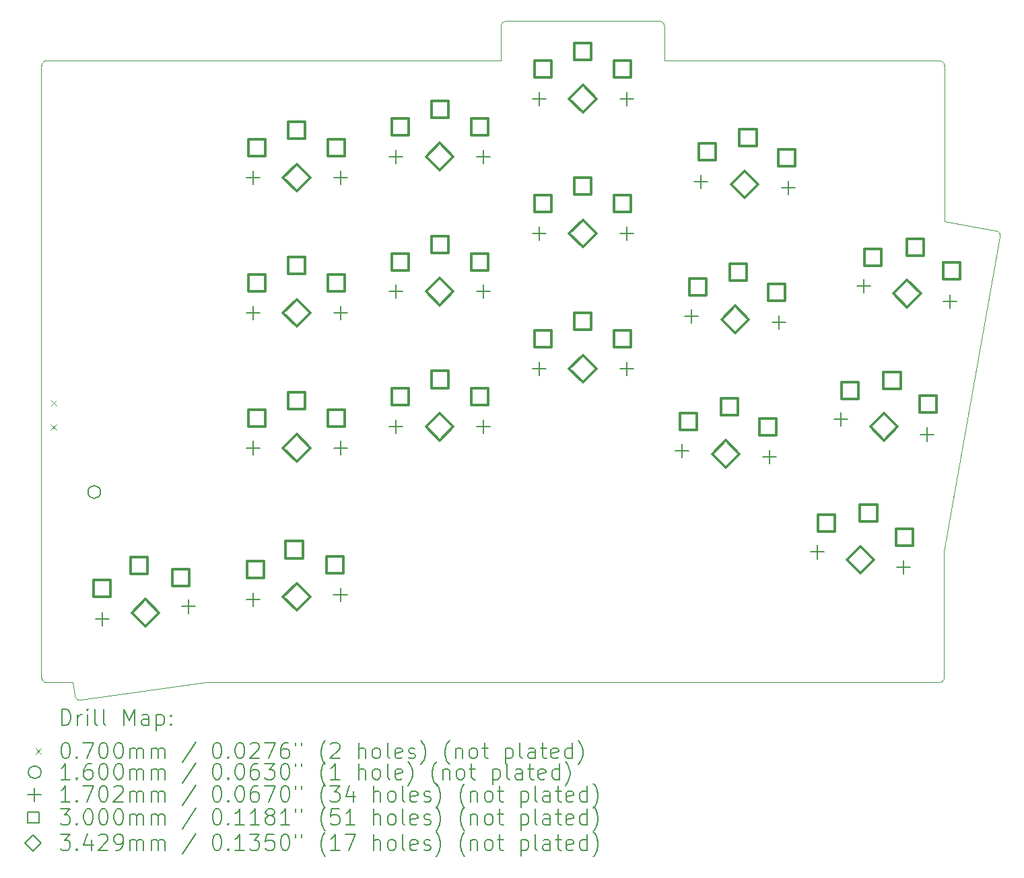
<source format=gbr>
%TF.GenerationSoftware,KiCad,Pcbnew,7.0.5*%
%TF.CreationDate,2023-06-08T22:58:11+10:00*%
%TF.ProjectId,Klotz,4b6c6f74-7a2e-46b6-9963-61645f706362,0.2*%
%TF.SameCoordinates,Original*%
%TF.FileFunction,Drillmap*%
%TF.FilePolarity,Positive*%
%FSLAX45Y45*%
G04 Gerber Fmt 4.5, Leading zero omitted, Abs format (unit mm)*
G04 Created by KiCad (PCBNEW 7.0.5) date 2023-06-08 22:58:11*
%MOMM*%
%LPD*%
G01*
G04 APERTURE LIST*
%ADD10C,0.050000*%
%ADD11C,0.200000*%
%ADD12C,0.070000*%
%ADD13C,0.160000*%
%ADD14C,0.170180*%
%ADD15C,0.300000*%
%ADD16C,0.342900*%
G04 APERTURE END LIST*
D10*
X19840146Y-7381083D02*
X19840146Y-5425813D01*
X20483083Y-7494854D02*
X20483083Y-7494854D01*
X20483083Y-7494854D02*
X20483083Y-7494854D01*
X8555667Y-13180750D02*
X8881104Y-13180750D01*
X10555917Y-13180750D02*
X19766063Y-13180750D01*
X8555667Y-5354375D02*
X8548324Y-5354741D01*
X8541202Y-5355817D01*
X8534337Y-5357567D01*
X8527761Y-5359956D01*
X8521512Y-5362950D01*
X8515623Y-5366514D01*
X8510129Y-5370612D01*
X8505065Y-5375211D01*
X8500467Y-5380275D01*
X8496368Y-5385768D01*
X8492804Y-5391658D01*
X8489810Y-5397907D01*
X8487421Y-5404482D01*
X8485671Y-5411348D01*
X8484595Y-5418470D01*
X8484229Y-5425813D01*
X8979000Y-13403000D02*
X10555917Y-13180750D01*
X8484229Y-13109312D02*
X8484595Y-13116655D01*
X8485671Y-13123777D01*
X8487421Y-13130642D01*
X8489810Y-13137218D01*
X8492804Y-13143467D01*
X8496368Y-13149356D01*
X8500467Y-13154850D01*
X8505065Y-13159914D01*
X8510129Y-13164513D01*
X8515623Y-13168611D01*
X8521512Y-13172175D01*
X8527761Y-13175169D01*
X8534337Y-13177558D01*
X8541202Y-13179308D01*
X8548324Y-13180384D01*
X8555667Y-13180750D01*
X20536000Y-7576875D02*
X20537586Y-7569472D01*
X20538393Y-7562173D01*
X20538448Y-7555022D01*
X20537778Y-7548060D01*
X20536410Y-7541331D01*
X20534372Y-7534877D01*
X20531691Y-7528742D01*
X20528393Y-7522966D01*
X20524506Y-7517594D01*
X20520058Y-7512667D01*
X20515074Y-7508229D01*
X20509583Y-7504321D01*
X20503611Y-7500987D01*
X20497186Y-7498270D01*
X20490334Y-7496211D01*
X20483083Y-7494854D01*
X14262729Y-5354375D02*
X8555667Y-5354375D01*
X19837500Y-11535042D02*
X19914229Y-11101125D01*
X19837500Y-13109312D02*
X19837500Y-11535042D01*
X8484229Y-5425813D02*
X8484229Y-13109312D01*
X14334167Y-4856958D02*
X14326824Y-4857325D01*
X14319702Y-4858400D01*
X14312837Y-4860150D01*
X14306261Y-4862539D01*
X14300012Y-4865533D01*
X14294123Y-4869097D01*
X14288629Y-4873196D01*
X14283565Y-4877794D01*
X14278966Y-4882858D01*
X14274868Y-4888352D01*
X14271304Y-4894241D01*
X14268310Y-4900491D01*
X14265921Y-4907066D01*
X14264171Y-4913932D01*
X14263095Y-4921053D01*
X14262729Y-4928396D01*
X8902271Y-13342146D02*
X8904063Y-13349399D01*
X8906436Y-13356264D01*
X8909352Y-13362726D01*
X8912771Y-13368769D01*
X8916656Y-13374379D01*
X8920967Y-13379539D01*
X8925666Y-13384234D01*
X8930714Y-13388448D01*
X8936071Y-13392166D01*
X8941700Y-13395373D01*
X8947561Y-13398052D01*
X8953617Y-13400189D01*
X8959827Y-13401767D01*
X8966153Y-13402773D01*
X8972557Y-13403189D01*
X8979000Y-13403000D01*
X19766063Y-13180750D02*
X19773405Y-13180384D01*
X19780527Y-13179308D01*
X19787393Y-13177558D01*
X19793968Y-13175169D01*
X19800217Y-13172175D01*
X19806107Y-13168611D01*
X19811600Y-13164513D01*
X19816664Y-13159914D01*
X19821263Y-13154850D01*
X19825361Y-13149356D01*
X19828925Y-13143467D01*
X19831919Y-13137218D01*
X19834308Y-13130642D01*
X19836058Y-13123777D01*
X19837134Y-13116655D01*
X19837500Y-13109312D01*
X14262729Y-4928396D02*
X14262729Y-5354375D01*
X8881104Y-13180750D02*
X8902271Y-13342146D01*
X19914229Y-11101125D02*
X20536000Y-7576875D01*
X16318542Y-5354375D02*
X16318542Y-4928396D01*
X16247104Y-4856958D02*
X14334167Y-4856958D01*
X16318542Y-4928396D02*
X16318175Y-4921053D01*
X16317100Y-4913932D01*
X16315350Y-4907066D01*
X16312961Y-4900491D01*
X16309967Y-4894241D01*
X16306403Y-4888352D01*
X16302304Y-4882858D01*
X16297706Y-4877794D01*
X16292642Y-4873196D01*
X16287148Y-4869097D01*
X16281259Y-4865533D01*
X16275009Y-4862539D01*
X16268434Y-4860150D01*
X16261568Y-4858400D01*
X16254447Y-4857325D01*
X16247104Y-4856958D01*
X20483083Y-7494854D02*
X19840146Y-7381083D01*
X19768708Y-5354375D02*
X16318542Y-5354375D01*
X19840146Y-5425813D02*
X19839780Y-5418470D01*
X19838704Y-5411348D01*
X19836954Y-5404482D01*
X19834565Y-5397907D01*
X19831571Y-5391658D01*
X19828007Y-5385768D01*
X19823908Y-5380275D01*
X19819310Y-5375211D01*
X19814246Y-5370612D01*
X19808752Y-5366514D01*
X19802863Y-5362950D01*
X19796614Y-5359956D01*
X19790038Y-5357567D01*
X19783173Y-5355817D01*
X19776051Y-5354741D01*
X19768708Y-5354375D01*
D11*
D12*
X8602500Y-9933500D02*
X8672500Y-10003500D01*
X8672500Y-9933500D02*
X8602500Y-10003500D01*
X8607500Y-9633500D02*
X8677500Y-9703500D01*
X8677500Y-9633500D02*
X8607500Y-9703500D01*
D13*
X9230000Y-10786000D02*
G75*
G03*
X9230000Y-10786000I-80000J0D01*
G01*
D14*
X9249800Y-12294659D02*
X9249800Y-12464839D01*
X9164710Y-12379749D02*
X9334890Y-12379749D01*
X10339094Y-12141568D02*
X10339094Y-12311748D01*
X10254004Y-12226658D02*
X10424184Y-12226658D01*
X11146000Y-6746297D02*
X11146000Y-6916477D01*
X11060910Y-6831387D02*
X11231090Y-6831387D01*
X11146000Y-8446758D02*
X11146000Y-8616938D01*
X11060910Y-8531848D02*
X11231090Y-8531848D01*
X11146000Y-10143691D02*
X11146000Y-10313871D01*
X11060910Y-10228781D02*
X11231090Y-10228781D01*
X11146754Y-12049334D02*
X11146754Y-12219514D01*
X11061664Y-12134424D02*
X11231844Y-12134424D01*
X12245246Y-11991765D02*
X12245246Y-12161945D01*
X12160156Y-12076855D02*
X12330336Y-12076855D01*
X12246000Y-6746297D02*
X12246000Y-6916477D01*
X12160910Y-6831387D02*
X12331090Y-6831387D01*
X12246000Y-8446758D02*
X12246000Y-8616938D01*
X12160910Y-8531848D02*
X12331090Y-8531848D01*
X12246000Y-10143691D02*
X12246000Y-10313871D01*
X12160910Y-10228781D02*
X12331090Y-10228781D01*
X12945243Y-6478175D02*
X12945243Y-6648355D01*
X12860153Y-6563265D02*
X13030333Y-6563265D01*
X12945243Y-8178636D02*
X12945243Y-8348816D01*
X12860153Y-8263726D02*
X13030333Y-8263726D01*
X12945243Y-9879097D02*
X12945243Y-10049277D01*
X12860153Y-9964187D02*
X13030333Y-9964187D01*
X14045243Y-6478175D02*
X14045243Y-6648355D01*
X13960153Y-6563265D02*
X14130333Y-6563265D01*
X14045243Y-8178636D02*
X14045243Y-8348816D01*
X13960153Y-8263726D02*
X14130333Y-8263726D01*
X14045243Y-9879097D02*
X14045243Y-10049277D01*
X13960153Y-9964187D02*
X14130333Y-9964187D01*
X14744486Y-5751422D02*
X14744486Y-5921602D01*
X14659396Y-5836512D02*
X14829576Y-5836512D01*
X14744486Y-7448355D02*
X14744486Y-7618535D01*
X14659396Y-7533445D02*
X14829576Y-7533445D01*
X14744486Y-9148816D02*
X14744486Y-9318996D01*
X14659396Y-9233906D02*
X14829576Y-9233906D01*
X15844486Y-5751422D02*
X15844486Y-5921602D01*
X15759396Y-5836512D02*
X15929576Y-5836512D01*
X15844486Y-7448355D02*
X15844486Y-7618535D01*
X15759396Y-7533445D02*
X15929576Y-7533445D01*
X15844486Y-9148816D02*
X15844486Y-9318996D01*
X15759396Y-9233906D02*
X15929576Y-9233906D01*
X16545069Y-10182940D02*
X16545069Y-10353120D01*
X16459979Y-10268030D02*
X16630159Y-10268030D01*
X16661490Y-8489535D02*
X16661490Y-8659715D01*
X16576400Y-8574625D02*
X16746580Y-8574625D01*
X16781441Y-6792601D02*
X16781441Y-6962781D01*
X16696351Y-6877691D02*
X16866531Y-6877691D01*
X17642390Y-10259673D02*
X17642390Y-10429853D01*
X17557300Y-10344763D02*
X17727480Y-10344763D01*
X17758811Y-8566267D02*
X17758811Y-8736447D01*
X17673721Y-8651357D02*
X17843901Y-8651357D01*
X17878761Y-6869334D02*
X17878761Y-7039514D01*
X17793671Y-6954424D02*
X17963851Y-6954424D01*
X18241962Y-11455828D02*
X18241962Y-11626008D01*
X18156872Y-11540918D02*
X18327052Y-11540918D01*
X18538308Y-9783590D02*
X18538308Y-9953770D01*
X18453218Y-9868680D02*
X18623398Y-9868680D01*
X18831127Y-8107824D02*
X18831127Y-8278004D01*
X18746037Y-8192914D02*
X18916217Y-8192914D01*
X19325251Y-11646841D02*
X19325251Y-11817021D01*
X19240161Y-11731931D02*
X19410341Y-11731931D01*
X19621597Y-9974603D02*
X19621597Y-10144783D01*
X19536507Y-10059693D02*
X19706687Y-10059693D01*
X19914415Y-8298837D02*
X19914415Y-8469018D01*
X19829325Y-8383927D02*
X19999505Y-8383927D01*
D15*
X9353190Y-12107506D02*
X9353190Y-11895372D01*
X9141056Y-11895372D01*
X9141056Y-12107506D01*
X9353190Y-12107506D01*
X9817706Y-11820061D02*
X9817706Y-11607927D01*
X9605572Y-11607927D01*
X9605572Y-11820061D01*
X9817706Y-11820061D01*
X10343458Y-11968333D02*
X10343458Y-11756199D01*
X10131324Y-11756199D01*
X10131324Y-11968333D01*
X10343458Y-11968333D01*
X11283126Y-11863388D02*
X11283126Y-11651254D01*
X11070992Y-11651254D01*
X11070992Y-11863388D01*
X11283126Y-11863388D01*
X11302067Y-6562454D02*
X11302067Y-6350320D01*
X11089933Y-6350320D01*
X11089933Y-6562454D01*
X11302067Y-6562454D01*
X11302067Y-8262915D02*
X11302067Y-8050781D01*
X11089933Y-8050781D01*
X11089933Y-8262915D01*
X11302067Y-8262915D01*
X11302067Y-9959848D02*
X11302067Y-9747714D01*
X11089933Y-9747714D01*
X11089933Y-9959848D01*
X11302067Y-9959848D01*
X11770927Y-11617522D02*
X11770927Y-11405388D01*
X11558793Y-11405388D01*
X11558793Y-11617522D01*
X11770927Y-11617522D01*
X11802067Y-6342454D02*
X11802067Y-6130320D01*
X11589933Y-6130320D01*
X11589933Y-6342454D01*
X11802067Y-6342454D01*
X11802067Y-8042915D02*
X11802067Y-7830781D01*
X11589933Y-7830781D01*
X11589933Y-8042915D01*
X11802067Y-8042915D01*
X11802067Y-9739848D02*
X11802067Y-9527714D01*
X11589933Y-9527714D01*
X11589933Y-9739848D01*
X11802067Y-9739848D01*
X12281756Y-11811052D02*
X12281756Y-11598918D01*
X12069622Y-11598918D01*
X12069622Y-11811052D01*
X12281756Y-11811052D01*
X12302067Y-6562454D02*
X12302067Y-6350320D01*
X12089933Y-6350320D01*
X12089933Y-6562454D01*
X12302067Y-6562454D01*
X12302067Y-8262915D02*
X12302067Y-8050781D01*
X12089933Y-8050781D01*
X12089933Y-8262915D01*
X12302067Y-8262915D01*
X12302067Y-9959848D02*
X12302067Y-9747714D01*
X12089933Y-9747714D01*
X12089933Y-9959848D01*
X12302067Y-9959848D01*
X13101310Y-6294332D02*
X13101310Y-6082198D01*
X12889176Y-6082198D01*
X12889176Y-6294332D01*
X13101310Y-6294332D01*
X13101310Y-7994793D02*
X13101310Y-7782659D01*
X12889176Y-7782659D01*
X12889176Y-7994793D01*
X13101310Y-7994793D01*
X13101310Y-9695254D02*
X13101310Y-9483120D01*
X12889176Y-9483120D01*
X12889176Y-9695254D01*
X13101310Y-9695254D01*
X13601310Y-6074332D02*
X13601310Y-5862198D01*
X13389176Y-5862198D01*
X13389176Y-6074332D01*
X13601310Y-6074332D01*
X13601310Y-7774793D02*
X13601310Y-7562659D01*
X13389176Y-7562659D01*
X13389176Y-7774793D01*
X13601310Y-7774793D01*
X13601310Y-9475254D02*
X13601310Y-9263120D01*
X13389176Y-9263120D01*
X13389176Y-9475254D01*
X13601310Y-9475254D01*
X14101310Y-6294332D02*
X14101310Y-6082198D01*
X13889176Y-6082198D01*
X13889176Y-6294332D01*
X14101310Y-6294332D01*
X14101310Y-7994793D02*
X14101310Y-7782659D01*
X13889176Y-7782659D01*
X13889176Y-7994793D01*
X14101310Y-7994793D01*
X14101310Y-9695254D02*
X14101310Y-9483120D01*
X13889176Y-9483120D01*
X13889176Y-9695254D01*
X14101310Y-9695254D01*
X14900553Y-5567579D02*
X14900553Y-5355445D01*
X14688419Y-5355445D01*
X14688419Y-5567579D01*
X14900553Y-5567579D01*
X14900553Y-7264512D02*
X14900553Y-7052378D01*
X14688419Y-7052378D01*
X14688419Y-7264512D01*
X14900553Y-7264512D01*
X14900553Y-8964973D02*
X14900553Y-8752839D01*
X14688419Y-8752839D01*
X14688419Y-8964973D01*
X14900553Y-8964973D01*
X15400553Y-5347579D02*
X15400553Y-5135445D01*
X15188419Y-5135445D01*
X15188419Y-5347579D01*
X15400553Y-5347579D01*
X15400553Y-7044512D02*
X15400553Y-6832378D01*
X15188419Y-6832378D01*
X15188419Y-7044512D01*
X15400553Y-7044512D01*
X15400553Y-8744973D02*
X15400553Y-8532839D01*
X15188419Y-8532839D01*
X15188419Y-8744973D01*
X15400553Y-8744973D01*
X15900553Y-5567579D02*
X15900553Y-5355445D01*
X15688419Y-5355445D01*
X15688419Y-5567579D01*
X15900553Y-5567579D01*
X15900553Y-7264512D02*
X15900553Y-7052378D01*
X15688419Y-7052378D01*
X15688419Y-7264512D01*
X15900553Y-7264512D01*
X15900553Y-8964973D02*
X15900553Y-8752839D01*
X15688419Y-8752839D01*
X15688419Y-8964973D01*
X15900553Y-8964973D01*
X16727173Y-10003499D02*
X16727173Y-9791365D01*
X16515039Y-9791365D01*
X16515039Y-10003499D01*
X16727173Y-10003499D01*
X16843594Y-8310093D02*
X16843594Y-8097959D01*
X16631460Y-8097959D01*
X16631460Y-8310093D01*
X16843594Y-8310093D01*
X16963545Y-6613160D02*
X16963545Y-6401026D01*
X16751411Y-6401026D01*
X16751411Y-6613160D01*
X16963545Y-6613160D01*
X17241302Y-9818913D02*
X17241302Y-9606779D01*
X17029168Y-9606779D01*
X17029168Y-9818913D01*
X17241302Y-9818913D01*
X17357723Y-8125507D02*
X17357723Y-7913373D01*
X17145589Y-7913373D01*
X17145589Y-8125507D01*
X17357723Y-8125507D01*
X17477673Y-6428574D02*
X17477673Y-6216440D01*
X17265539Y-6216440D01*
X17265539Y-6428574D01*
X17477673Y-6428574D01*
X17724737Y-10073255D02*
X17724737Y-9861121D01*
X17512603Y-9861121D01*
X17512603Y-10073255D01*
X17724737Y-10073255D01*
X17841158Y-8379850D02*
X17841158Y-8167716D01*
X17629024Y-8167716D01*
X17629024Y-8379850D01*
X17841158Y-8379850D01*
X17961109Y-6682916D02*
X17961109Y-6470782D01*
X17748975Y-6470782D01*
X17748975Y-6682916D01*
X17961109Y-6682916D01*
X18462388Y-11286365D02*
X18462388Y-11074231D01*
X18250254Y-11074231D01*
X18250254Y-11286365D01*
X18462388Y-11286365D01*
X18758734Y-9614127D02*
X18758734Y-9401993D01*
X18546600Y-9401993D01*
X18546600Y-9614127D01*
X18758734Y-9614127D01*
X18992994Y-11156531D02*
X18992994Y-10944397D01*
X18780860Y-10944397D01*
X18780860Y-11156531D01*
X18992994Y-11156531D01*
X19051552Y-7938361D02*
X19051552Y-7726227D01*
X18839418Y-7726227D01*
X18839418Y-7938361D01*
X19051552Y-7938361D01*
X19289340Y-9484293D02*
X19289340Y-9272159D01*
X19077206Y-9272159D01*
X19077206Y-9484293D01*
X19289340Y-9484293D01*
X19447195Y-11460013D02*
X19447195Y-11247879D01*
X19235061Y-11247879D01*
X19235061Y-11460013D01*
X19447195Y-11460013D01*
X19582159Y-7808527D02*
X19582159Y-7596393D01*
X19370025Y-7596393D01*
X19370025Y-7808527D01*
X19582159Y-7808527D01*
X19743541Y-9787775D02*
X19743541Y-9575641D01*
X19531407Y-9575641D01*
X19531407Y-9787775D01*
X19743541Y-9787775D01*
X20036360Y-8112009D02*
X20036360Y-7899875D01*
X19824226Y-7899875D01*
X19824226Y-8112009D01*
X20036360Y-8112009D01*
D16*
X9794447Y-12474653D02*
X9965897Y-12303203D01*
X9794447Y-12131753D01*
X9622997Y-12303203D01*
X9794447Y-12474653D01*
X11696000Y-7002837D02*
X11867450Y-6831387D01*
X11696000Y-6659937D01*
X11524550Y-6831387D01*
X11696000Y-7002837D01*
X11696000Y-8703298D02*
X11867450Y-8531848D01*
X11696000Y-8360398D01*
X11524550Y-8531848D01*
X11696000Y-8703298D01*
X11696000Y-10400231D02*
X11867450Y-10228781D01*
X11696000Y-10057331D01*
X11524550Y-10228781D01*
X11696000Y-10400231D01*
X11696000Y-12277089D02*
X11867450Y-12105639D01*
X11696000Y-11934189D01*
X11524550Y-12105639D01*
X11696000Y-12277089D01*
X13495243Y-6734715D02*
X13666693Y-6563265D01*
X13495243Y-6391815D01*
X13323793Y-6563265D01*
X13495243Y-6734715D01*
X13495243Y-8435176D02*
X13666693Y-8263726D01*
X13495243Y-8092276D01*
X13323793Y-8263726D01*
X13495243Y-8435176D01*
X13495243Y-10135637D02*
X13666693Y-9964187D01*
X13495243Y-9792737D01*
X13323793Y-9964187D01*
X13495243Y-10135637D01*
X15294486Y-6007962D02*
X15465936Y-5836512D01*
X15294486Y-5665062D01*
X15123036Y-5836512D01*
X15294486Y-6007962D01*
X15294486Y-7704895D02*
X15465936Y-7533445D01*
X15294486Y-7361995D01*
X15123036Y-7533445D01*
X15294486Y-7704895D01*
X15294486Y-9405356D02*
X15465936Y-9233906D01*
X15294486Y-9062456D01*
X15123036Y-9233906D01*
X15294486Y-9405356D01*
X17093729Y-10477846D02*
X17265179Y-10306396D01*
X17093729Y-10134946D01*
X16922279Y-10306396D01*
X17093729Y-10477846D01*
X17210151Y-8784441D02*
X17381601Y-8612991D01*
X17210151Y-8441541D01*
X17038701Y-8612991D01*
X17210151Y-8784441D01*
X17330101Y-7087507D02*
X17501551Y-6916057D01*
X17330101Y-6744607D01*
X17158651Y-6916057D01*
X17330101Y-7087507D01*
X18783606Y-11807875D02*
X18955056Y-11636425D01*
X18783606Y-11464975D01*
X18612156Y-11636425D01*
X18783606Y-11807875D01*
X19079952Y-10135637D02*
X19251402Y-9964187D01*
X19079952Y-9792737D01*
X18908502Y-9964187D01*
X19079952Y-10135637D01*
X19372771Y-8459871D02*
X19544221Y-8288421D01*
X19372771Y-8116971D01*
X19201321Y-8288421D01*
X19372771Y-8459871D01*
D11*
X8742506Y-13719630D02*
X8742506Y-13519630D01*
X8742506Y-13519630D02*
X8790125Y-13519630D01*
X8790125Y-13519630D02*
X8818697Y-13529153D01*
X8818697Y-13529153D02*
X8837744Y-13548201D01*
X8837744Y-13548201D02*
X8847268Y-13567249D01*
X8847268Y-13567249D02*
X8856792Y-13605344D01*
X8856792Y-13605344D02*
X8856792Y-13633915D01*
X8856792Y-13633915D02*
X8847268Y-13672011D01*
X8847268Y-13672011D02*
X8837744Y-13691058D01*
X8837744Y-13691058D02*
X8818697Y-13710106D01*
X8818697Y-13710106D02*
X8790125Y-13719630D01*
X8790125Y-13719630D02*
X8742506Y-13719630D01*
X8942506Y-13719630D02*
X8942506Y-13586296D01*
X8942506Y-13624392D02*
X8952030Y-13605344D01*
X8952030Y-13605344D02*
X8961554Y-13595820D01*
X8961554Y-13595820D02*
X8980601Y-13586296D01*
X8980601Y-13586296D02*
X8999649Y-13586296D01*
X9066316Y-13719630D02*
X9066316Y-13586296D01*
X9066316Y-13519630D02*
X9056792Y-13529153D01*
X9056792Y-13529153D02*
X9066316Y-13538677D01*
X9066316Y-13538677D02*
X9075839Y-13529153D01*
X9075839Y-13529153D02*
X9066316Y-13519630D01*
X9066316Y-13519630D02*
X9066316Y-13538677D01*
X9190125Y-13719630D02*
X9171077Y-13710106D01*
X9171077Y-13710106D02*
X9161554Y-13691058D01*
X9161554Y-13691058D02*
X9161554Y-13519630D01*
X9294887Y-13719630D02*
X9275839Y-13710106D01*
X9275839Y-13710106D02*
X9266316Y-13691058D01*
X9266316Y-13691058D02*
X9266316Y-13519630D01*
X9523458Y-13719630D02*
X9523458Y-13519630D01*
X9523458Y-13519630D02*
X9590125Y-13662487D01*
X9590125Y-13662487D02*
X9656792Y-13519630D01*
X9656792Y-13519630D02*
X9656792Y-13719630D01*
X9837744Y-13719630D02*
X9837744Y-13614868D01*
X9837744Y-13614868D02*
X9828220Y-13595820D01*
X9828220Y-13595820D02*
X9809173Y-13586296D01*
X9809173Y-13586296D02*
X9771077Y-13586296D01*
X9771077Y-13586296D02*
X9752030Y-13595820D01*
X9837744Y-13710106D02*
X9818697Y-13719630D01*
X9818697Y-13719630D02*
X9771077Y-13719630D01*
X9771077Y-13719630D02*
X9752030Y-13710106D01*
X9752030Y-13710106D02*
X9742506Y-13691058D01*
X9742506Y-13691058D02*
X9742506Y-13672011D01*
X9742506Y-13672011D02*
X9752030Y-13652963D01*
X9752030Y-13652963D02*
X9771077Y-13643439D01*
X9771077Y-13643439D02*
X9818697Y-13643439D01*
X9818697Y-13643439D02*
X9837744Y-13633915D01*
X9932982Y-13586296D02*
X9932982Y-13786296D01*
X9932982Y-13595820D02*
X9952030Y-13586296D01*
X9952030Y-13586296D02*
X9990125Y-13586296D01*
X9990125Y-13586296D02*
X10009173Y-13595820D01*
X10009173Y-13595820D02*
X10018697Y-13605344D01*
X10018697Y-13605344D02*
X10028220Y-13624392D01*
X10028220Y-13624392D02*
X10028220Y-13681534D01*
X10028220Y-13681534D02*
X10018697Y-13700582D01*
X10018697Y-13700582D02*
X10009173Y-13710106D01*
X10009173Y-13710106D02*
X9990125Y-13719630D01*
X9990125Y-13719630D02*
X9952030Y-13719630D01*
X9952030Y-13719630D02*
X9932982Y-13710106D01*
X10113935Y-13700582D02*
X10123458Y-13710106D01*
X10123458Y-13710106D02*
X10113935Y-13719630D01*
X10113935Y-13719630D02*
X10104411Y-13710106D01*
X10104411Y-13710106D02*
X10113935Y-13700582D01*
X10113935Y-13700582D02*
X10113935Y-13719630D01*
X10113935Y-13595820D02*
X10123458Y-13605344D01*
X10123458Y-13605344D02*
X10113935Y-13614868D01*
X10113935Y-13614868D02*
X10104411Y-13605344D01*
X10104411Y-13605344D02*
X10113935Y-13595820D01*
X10113935Y-13595820D02*
X10113935Y-13614868D01*
D12*
X8411729Y-14013146D02*
X8481729Y-14083146D01*
X8481729Y-14013146D02*
X8411729Y-14083146D01*
D11*
X8780601Y-13939630D02*
X8799649Y-13939630D01*
X8799649Y-13939630D02*
X8818697Y-13949153D01*
X8818697Y-13949153D02*
X8828220Y-13958677D01*
X8828220Y-13958677D02*
X8837744Y-13977725D01*
X8837744Y-13977725D02*
X8847268Y-14015820D01*
X8847268Y-14015820D02*
X8847268Y-14063439D01*
X8847268Y-14063439D02*
X8837744Y-14101534D01*
X8837744Y-14101534D02*
X8828220Y-14120582D01*
X8828220Y-14120582D02*
X8818697Y-14130106D01*
X8818697Y-14130106D02*
X8799649Y-14139630D01*
X8799649Y-14139630D02*
X8780601Y-14139630D01*
X8780601Y-14139630D02*
X8761554Y-14130106D01*
X8761554Y-14130106D02*
X8752030Y-14120582D01*
X8752030Y-14120582D02*
X8742506Y-14101534D01*
X8742506Y-14101534D02*
X8732982Y-14063439D01*
X8732982Y-14063439D02*
X8732982Y-14015820D01*
X8732982Y-14015820D02*
X8742506Y-13977725D01*
X8742506Y-13977725D02*
X8752030Y-13958677D01*
X8752030Y-13958677D02*
X8761554Y-13949153D01*
X8761554Y-13949153D02*
X8780601Y-13939630D01*
X8932982Y-14120582D02*
X8942506Y-14130106D01*
X8942506Y-14130106D02*
X8932982Y-14139630D01*
X8932982Y-14139630D02*
X8923458Y-14130106D01*
X8923458Y-14130106D02*
X8932982Y-14120582D01*
X8932982Y-14120582D02*
X8932982Y-14139630D01*
X9009173Y-13939630D02*
X9142506Y-13939630D01*
X9142506Y-13939630D02*
X9056792Y-14139630D01*
X9256792Y-13939630D02*
X9275839Y-13939630D01*
X9275839Y-13939630D02*
X9294887Y-13949153D01*
X9294887Y-13949153D02*
X9304411Y-13958677D01*
X9304411Y-13958677D02*
X9313935Y-13977725D01*
X9313935Y-13977725D02*
X9323458Y-14015820D01*
X9323458Y-14015820D02*
X9323458Y-14063439D01*
X9323458Y-14063439D02*
X9313935Y-14101534D01*
X9313935Y-14101534D02*
X9304411Y-14120582D01*
X9304411Y-14120582D02*
X9294887Y-14130106D01*
X9294887Y-14130106D02*
X9275839Y-14139630D01*
X9275839Y-14139630D02*
X9256792Y-14139630D01*
X9256792Y-14139630D02*
X9237744Y-14130106D01*
X9237744Y-14130106D02*
X9228220Y-14120582D01*
X9228220Y-14120582D02*
X9218697Y-14101534D01*
X9218697Y-14101534D02*
X9209173Y-14063439D01*
X9209173Y-14063439D02*
X9209173Y-14015820D01*
X9209173Y-14015820D02*
X9218697Y-13977725D01*
X9218697Y-13977725D02*
X9228220Y-13958677D01*
X9228220Y-13958677D02*
X9237744Y-13949153D01*
X9237744Y-13949153D02*
X9256792Y-13939630D01*
X9447268Y-13939630D02*
X9466316Y-13939630D01*
X9466316Y-13939630D02*
X9485363Y-13949153D01*
X9485363Y-13949153D02*
X9494887Y-13958677D01*
X9494887Y-13958677D02*
X9504411Y-13977725D01*
X9504411Y-13977725D02*
X9513935Y-14015820D01*
X9513935Y-14015820D02*
X9513935Y-14063439D01*
X9513935Y-14063439D02*
X9504411Y-14101534D01*
X9504411Y-14101534D02*
X9494887Y-14120582D01*
X9494887Y-14120582D02*
X9485363Y-14130106D01*
X9485363Y-14130106D02*
X9466316Y-14139630D01*
X9466316Y-14139630D02*
X9447268Y-14139630D01*
X9447268Y-14139630D02*
X9428220Y-14130106D01*
X9428220Y-14130106D02*
X9418697Y-14120582D01*
X9418697Y-14120582D02*
X9409173Y-14101534D01*
X9409173Y-14101534D02*
X9399649Y-14063439D01*
X9399649Y-14063439D02*
X9399649Y-14015820D01*
X9399649Y-14015820D02*
X9409173Y-13977725D01*
X9409173Y-13977725D02*
X9418697Y-13958677D01*
X9418697Y-13958677D02*
X9428220Y-13949153D01*
X9428220Y-13949153D02*
X9447268Y-13939630D01*
X9599649Y-14139630D02*
X9599649Y-14006296D01*
X9599649Y-14025344D02*
X9609173Y-14015820D01*
X9609173Y-14015820D02*
X9628220Y-14006296D01*
X9628220Y-14006296D02*
X9656792Y-14006296D01*
X9656792Y-14006296D02*
X9675839Y-14015820D01*
X9675839Y-14015820D02*
X9685363Y-14034868D01*
X9685363Y-14034868D02*
X9685363Y-14139630D01*
X9685363Y-14034868D02*
X9694887Y-14015820D01*
X9694887Y-14015820D02*
X9713935Y-14006296D01*
X9713935Y-14006296D02*
X9742506Y-14006296D01*
X9742506Y-14006296D02*
X9761554Y-14015820D01*
X9761554Y-14015820D02*
X9771078Y-14034868D01*
X9771078Y-14034868D02*
X9771078Y-14139630D01*
X9866316Y-14139630D02*
X9866316Y-14006296D01*
X9866316Y-14025344D02*
X9875839Y-14015820D01*
X9875839Y-14015820D02*
X9894887Y-14006296D01*
X9894887Y-14006296D02*
X9923459Y-14006296D01*
X9923459Y-14006296D02*
X9942506Y-14015820D01*
X9942506Y-14015820D02*
X9952030Y-14034868D01*
X9952030Y-14034868D02*
X9952030Y-14139630D01*
X9952030Y-14034868D02*
X9961554Y-14015820D01*
X9961554Y-14015820D02*
X9980601Y-14006296D01*
X9980601Y-14006296D02*
X10009173Y-14006296D01*
X10009173Y-14006296D02*
X10028220Y-14015820D01*
X10028220Y-14015820D02*
X10037744Y-14034868D01*
X10037744Y-14034868D02*
X10037744Y-14139630D01*
X10428220Y-13930106D02*
X10256792Y-14187249D01*
X10685363Y-13939630D02*
X10704411Y-13939630D01*
X10704411Y-13939630D02*
X10723459Y-13949153D01*
X10723459Y-13949153D02*
X10732982Y-13958677D01*
X10732982Y-13958677D02*
X10742506Y-13977725D01*
X10742506Y-13977725D02*
X10752030Y-14015820D01*
X10752030Y-14015820D02*
X10752030Y-14063439D01*
X10752030Y-14063439D02*
X10742506Y-14101534D01*
X10742506Y-14101534D02*
X10732982Y-14120582D01*
X10732982Y-14120582D02*
X10723459Y-14130106D01*
X10723459Y-14130106D02*
X10704411Y-14139630D01*
X10704411Y-14139630D02*
X10685363Y-14139630D01*
X10685363Y-14139630D02*
X10666316Y-14130106D01*
X10666316Y-14130106D02*
X10656792Y-14120582D01*
X10656792Y-14120582D02*
X10647268Y-14101534D01*
X10647268Y-14101534D02*
X10637744Y-14063439D01*
X10637744Y-14063439D02*
X10637744Y-14015820D01*
X10637744Y-14015820D02*
X10647268Y-13977725D01*
X10647268Y-13977725D02*
X10656792Y-13958677D01*
X10656792Y-13958677D02*
X10666316Y-13949153D01*
X10666316Y-13949153D02*
X10685363Y-13939630D01*
X10837744Y-14120582D02*
X10847268Y-14130106D01*
X10847268Y-14130106D02*
X10837744Y-14139630D01*
X10837744Y-14139630D02*
X10828221Y-14130106D01*
X10828221Y-14130106D02*
X10837744Y-14120582D01*
X10837744Y-14120582D02*
X10837744Y-14139630D01*
X10971078Y-13939630D02*
X10990125Y-13939630D01*
X10990125Y-13939630D02*
X11009173Y-13949153D01*
X11009173Y-13949153D02*
X11018697Y-13958677D01*
X11018697Y-13958677D02*
X11028221Y-13977725D01*
X11028221Y-13977725D02*
X11037744Y-14015820D01*
X11037744Y-14015820D02*
X11037744Y-14063439D01*
X11037744Y-14063439D02*
X11028221Y-14101534D01*
X11028221Y-14101534D02*
X11018697Y-14120582D01*
X11018697Y-14120582D02*
X11009173Y-14130106D01*
X11009173Y-14130106D02*
X10990125Y-14139630D01*
X10990125Y-14139630D02*
X10971078Y-14139630D01*
X10971078Y-14139630D02*
X10952030Y-14130106D01*
X10952030Y-14130106D02*
X10942506Y-14120582D01*
X10942506Y-14120582D02*
X10932982Y-14101534D01*
X10932982Y-14101534D02*
X10923459Y-14063439D01*
X10923459Y-14063439D02*
X10923459Y-14015820D01*
X10923459Y-14015820D02*
X10932982Y-13977725D01*
X10932982Y-13977725D02*
X10942506Y-13958677D01*
X10942506Y-13958677D02*
X10952030Y-13949153D01*
X10952030Y-13949153D02*
X10971078Y-13939630D01*
X11113935Y-13958677D02*
X11123459Y-13949153D01*
X11123459Y-13949153D02*
X11142506Y-13939630D01*
X11142506Y-13939630D02*
X11190125Y-13939630D01*
X11190125Y-13939630D02*
X11209173Y-13949153D01*
X11209173Y-13949153D02*
X11218697Y-13958677D01*
X11218697Y-13958677D02*
X11228220Y-13977725D01*
X11228220Y-13977725D02*
X11228220Y-13996772D01*
X11228220Y-13996772D02*
X11218697Y-14025344D01*
X11218697Y-14025344D02*
X11104411Y-14139630D01*
X11104411Y-14139630D02*
X11228220Y-14139630D01*
X11294887Y-13939630D02*
X11428220Y-13939630D01*
X11428220Y-13939630D02*
X11342506Y-14139630D01*
X11590125Y-13939630D02*
X11552030Y-13939630D01*
X11552030Y-13939630D02*
X11532982Y-13949153D01*
X11532982Y-13949153D02*
X11523459Y-13958677D01*
X11523459Y-13958677D02*
X11504411Y-13987249D01*
X11504411Y-13987249D02*
X11494887Y-14025344D01*
X11494887Y-14025344D02*
X11494887Y-14101534D01*
X11494887Y-14101534D02*
X11504411Y-14120582D01*
X11504411Y-14120582D02*
X11513935Y-14130106D01*
X11513935Y-14130106D02*
X11532982Y-14139630D01*
X11532982Y-14139630D02*
X11571078Y-14139630D01*
X11571078Y-14139630D02*
X11590125Y-14130106D01*
X11590125Y-14130106D02*
X11599649Y-14120582D01*
X11599649Y-14120582D02*
X11609173Y-14101534D01*
X11609173Y-14101534D02*
X11609173Y-14053915D01*
X11609173Y-14053915D02*
X11599649Y-14034868D01*
X11599649Y-14034868D02*
X11590125Y-14025344D01*
X11590125Y-14025344D02*
X11571078Y-14015820D01*
X11571078Y-14015820D02*
X11532982Y-14015820D01*
X11532982Y-14015820D02*
X11513935Y-14025344D01*
X11513935Y-14025344D02*
X11504411Y-14034868D01*
X11504411Y-14034868D02*
X11494887Y-14053915D01*
X11685363Y-13939630D02*
X11685363Y-13977725D01*
X11761554Y-13939630D02*
X11761554Y-13977725D01*
X12056792Y-14215820D02*
X12047268Y-14206296D01*
X12047268Y-14206296D02*
X12028221Y-14177725D01*
X12028221Y-14177725D02*
X12018697Y-14158677D01*
X12018697Y-14158677D02*
X12009173Y-14130106D01*
X12009173Y-14130106D02*
X11999649Y-14082487D01*
X11999649Y-14082487D02*
X11999649Y-14044392D01*
X11999649Y-14044392D02*
X12009173Y-13996772D01*
X12009173Y-13996772D02*
X12018697Y-13968201D01*
X12018697Y-13968201D02*
X12028221Y-13949153D01*
X12028221Y-13949153D02*
X12047268Y-13920582D01*
X12047268Y-13920582D02*
X12056792Y-13911058D01*
X12123459Y-13958677D02*
X12132982Y-13949153D01*
X12132982Y-13949153D02*
X12152030Y-13939630D01*
X12152030Y-13939630D02*
X12199649Y-13939630D01*
X12199649Y-13939630D02*
X12218697Y-13949153D01*
X12218697Y-13949153D02*
X12228221Y-13958677D01*
X12228221Y-13958677D02*
X12237744Y-13977725D01*
X12237744Y-13977725D02*
X12237744Y-13996772D01*
X12237744Y-13996772D02*
X12228221Y-14025344D01*
X12228221Y-14025344D02*
X12113935Y-14139630D01*
X12113935Y-14139630D02*
X12237744Y-14139630D01*
X12475840Y-14139630D02*
X12475840Y-13939630D01*
X12561554Y-14139630D02*
X12561554Y-14034868D01*
X12561554Y-14034868D02*
X12552030Y-14015820D01*
X12552030Y-14015820D02*
X12532983Y-14006296D01*
X12532983Y-14006296D02*
X12504411Y-14006296D01*
X12504411Y-14006296D02*
X12485363Y-14015820D01*
X12485363Y-14015820D02*
X12475840Y-14025344D01*
X12685363Y-14139630D02*
X12666316Y-14130106D01*
X12666316Y-14130106D02*
X12656792Y-14120582D01*
X12656792Y-14120582D02*
X12647268Y-14101534D01*
X12647268Y-14101534D02*
X12647268Y-14044392D01*
X12647268Y-14044392D02*
X12656792Y-14025344D01*
X12656792Y-14025344D02*
X12666316Y-14015820D01*
X12666316Y-14015820D02*
X12685363Y-14006296D01*
X12685363Y-14006296D02*
X12713935Y-14006296D01*
X12713935Y-14006296D02*
X12732983Y-14015820D01*
X12732983Y-14015820D02*
X12742506Y-14025344D01*
X12742506Y-14025344D02*
X12752030Y-14044392D01*
X12752030Y-14044392D02*
X12752030Y-14101534D01*
X12752030Y-14101534D02*
X12742506Y-14120582D01*
X12742506Y-14120582D02*
X12732983Y-14130106D01*
X12732983Y-14130106D02*
X12713935Y-14139630D01*
X12713935Y-14139630D02*
X12685363Y-14139630D01*
X12866316Y-14139630D02*
X12847268Y-14130106D01*
X12847268Y-14130106D02*
X12837744Y-14111058D01*
X12837744Y-14111058D02*
X12837744Y-13939630D01*
X13018697Y-14130106D02*
X12999649Y-14139630D01*
X12999649Y-14139630D02*
X12961554Y-14139630D01*
X12961554Y-14139630D02*
X12942506Y-14130106D01*
X12942506Y-14130106D02*
X12932983Y-14111058D01*
X12932983Y-14111058D02*
X12932983Y-14034868D01*
X12932983Y-14034868D02*
X12942506Y-14015820D01*
X12942506Y-14015820D02*
X12961554Y-14006296D01*
X12961554Y-14006296D02*
X12999649Y-14006296D01*
X12999649Y-14006296D02*
X13018697Y-14015820D01*
X13018697Y-14015820D02*
X13028221Y-14034868D01*
X13028221Y-14034868D02*
X13028221Y-14053915D01*
X13028221Y-14053915D02*
X12932983Y-14072963D01*
X13104411Y-14130106D02*
X13123459Y-14139630D01*
X13123459Y-14139630D02*
X13161554Y-14139630D01*
X13161554Y-14139630D02*
X13180602Y-14130106D01*
X13180602Y-14130106D02*
X13190125Y-14111058D01*
X13190125Y-14111058D02*
X13190125Y-14101534D01*
X13190125Y-14101534D02*
X13180602Y-14082487D01*
X13180602Y-14082487D02*
X13161554Y-14072963D01*
X13161554Y-14072963D02*
X13132983Y-14072963D01*
X13132983Y-14072963D02*
X13113935Y-14063439D01*
X13113935Y-14063439D02*
X13104411Y-14044392D01*
X13104411Y-14044392D02*
X13104411Y-14034868D01*
X13104411Y-14034868D02*
X13113935Y-14015820D01*
X13113935Y-14015820D02*
X13132983Y-14006296D01*
X13132983Y-14006296D02*
X13161554Y-14006296D01*
X13161554Y-14006296D02*
X13180602Y-14015820D01*
X13256792Y-14215820D02*
X13266316Y-14206296D01*
X13266316Y-14206296D02*
X13285364Y-14177725D01*
X13285364Y-14177725D02*
X13294887Y-14158677D01*
X13294887Y-14158677D02*
X13304411Y-14130106D01*
X13304411Y-14130106D02*
X13313935Y-14082487D01*
X13313935Y-14082487D02*
X13313935Y-14044392D01*
X13313935Y-14044392D02*
X13304411Y-13996772D01*
X13304411Y-13996772D02*
X13294887Y-13968201D01*
X13294887Y-13968201D02*
X13285364Y-13949153D01*
X13285364Y-13949153D02*
X13266316Y-13920582D01*
X13266316Y-13920582D02*
X13256792Y-13911058D01*
X13618697Y-14215820D02*
X13609173Y-14206296D01*
X13609173Y-14206296D02*
X13590125Y-14177725D01*
X13590125Y-14177725D02*
X13580602Y-14158677D01*
X13580602Y-14158677D02*
X13571078Y-14130106D01*
X13571078Y-14130106D02*
X13561554Y-14082487D01*
X13561554Y-14082487D02*
X13561554Y-14044392D01*
X13561554Y-14044392D02*
X13571078Y-13996772D01*
X13571078Y-13996772D02*
X13580602Y-13968201D01*
X13580602Y-13968201D02*
X13590125Y-13949153D01*
X13590125Y-13949153D02*
X13609173Y-13920582D01*
X13609173Y-13920582D02*
X13618697Y-13911058D01*
X13694887Y-14006296D02*
X13694887Y-14139630D01*
X13694887Y-14025344D02*
X13704411Y-14015820D01*
X13704411Y-14015820D02*
X13723459Y-14006296D01*
X13723459Y-14006296D02*
X13752030Y-14006296D01*
X13752030Y-14006296D02*
X13771078Y-14015820D01*
X13771078Y-14015820D02*
X13780602Y-14034868D01*
X13780602Y-14034868D02*
X13780602Y-14139630D01*
X13904411Y-14139630D02*
X13885364Y-14130106D01*
X13885364Y-14130106D02*
X13875840Y-14120582D01*
X13875840Y-14120582D02*
X13866316Y-14101534D01*
X13866316Y-14101534D02*
X13866316Y-14044392D01*
X13866316Y-14044392D02*
X13875840Y-14025344D01*
X13875840Y-14025344D02*
X13885364Y-14015820D01*
X13885364Y-14015820D02*
X13904411Y-14006296D01*
X13904411Y-14006296D02*
X13932983Y-14006296D01*
X13932983Y-14006296D02*
X13952030Y-14015820D01*
X13952030Y-14015820D02*
X13961554Y-14025344D01*
X13961554Y-14025344D02*
X13971078Y-14044392D01*
X13971078Y-14044392D02*
X13971078Y-14101534D01*
X13971078Y-14101534D02*
X13961554Y-14120582D01*
X13961554Y-14120582D02*
X13952030Y-14130106D01*
X13952030Y-14130106D02*
X13932983Y-14139630D01*
X13932983Y-14139630D02*
X13904411Y-14139630D01*
X14028221Y-14006296D02*
X14104411Y-14006296D01*
X14056792Y-13939630D02*
X14056792Y-14111058D01*
X14056792Y-14111058D02*
X14066316Y-14130106D01*
X14066316Y-14130106D02*
X14085364Y-14139630D01*
X14085364Y-14139630D02*
X14104411Y-14139630D01*
X14323459Y-14006296D02*
X14323459Y-14206296D01*
X14323459Y-14015820D02*
X14342506Y-14006296D01*
X14342506Y-14006296D02*
X14380602Y-14006296D01*
X14380602Y-14006296D02*
X14399649Y-14015820D01*
X14399649Y-14015820D02*
X14409173Y-14025344D01*
X14409173Y-14025344D02*
X14418697Y-14044392D01*
X14418697Y-14044392D02*
X14418697Y-14101534D01*
X14418697Y-14101534D02*
X14409173Y-14120582D01*
X14409173Y-14120582D02*
X14399649Y-14130106D01*
X14399649Y-14130106D02*
X14380602Y-14139630D01*
X14380602Y-14139630D02*
X14342506Y-14139630D01*
X14342506Y-14139630D02*
X14323459Y-14130106D01*
X14532983Y-14139630D02*
X14513935Y-14130106D01*
X14513935Y-14130106D02*
X14504411Y-14111058D01*
X14504411Y-14111058D02*
X14504411Y-13939630D01*
X14694887Y-14139630D02*
X14694887Y-14034868D01*
X14694887Y-14034868D02*
X14685364Y-14015820D01*
X14685364Y-14015820D02*
X14666316Y-14006296D01*
X14666316Y-14006296D02*
X14628221Y-14006296D01*
X14628221Y-14006296D02*
X14609173Y-14015820D01*
X14694887Y-14130106D02*
X14675840Y-14139630D01*
X14675840Y-14139630D02*
X14628221Y-14139630D01*
X14628221Y-14139630D02*
X14609173Y-14130106D01*
X14609173Y-14130106D02*
X14599649Y-14111058D01*
X14599649Y-14111058D02*
X14599649Y-14092011D01*
X14599649Y-14092011D02*
X14609173Y-14072963D01*
X14609173Y-14072963D02*
X14628221Y-14063439D01*
X14628221Y-14063439D02*
X14675840Y-14063439D01*
X14675840Y-14063439D02*
X14694887Y-14053915D01*
X14761554Y-14006296D02*
X14837745Y-14006296D01*
X14790126Y-13939630D02*
X14790126Y-14111058D01*
X14790126Y-14111058D02*
X14799649Y-14130106D01*
X14799649Y-14130106D02*
X14818697Y-14139630D01*
X14818697Y-14139630D02*
X14837745Y-14139630D01*
X14980602Y-14130106D02*
X14961554Y-14139630D01*
X14961554Y-14139630D02*
X14923459Y-14139630D01*
X14923459Y-14139630D02*
X14904411Y-14130106D01*
X14904411Y-14130106D02*
X14894887Y-14111058D01*
X14894887Y-14111058D02*
X14894887Y-14034868D01*
X14894887Y-14034868D02*
X14904411Y-14015820D01*
X14904411Y-14015820D02*
X14923459Y-14006296D01*
X14923459Y-14006296D02*
X14961554Y-14006296D01*
X14961554Y-14006296D02*
X14980602Y-14015820D01*
X14980602Y-14015820D02*
X14990126Y-14034868D01*
X14990126Y-14034868D02*
X14990126Y-14053915D01*
X14990126Y-14053915D02*
X14894887Y-14072963D01*
X15161554Y-14139630D02*
X15161554Y-13939630D01*
X15161554Y-14130106D02*
X15142507Y-14139630D01*
X15142507Y-14139630D02*
X15104411Y-14139630D01*
X15104411Y-14139630D02*
X15085364Y-14130106D01*
X15085364Y-14130106D02*
X15075840Y-14120582D01*
X15075840Y-14120582D02*
X15066316Y-14101534D01*
X15066316Y-14101534D02*
X15066316Y-14044392D01*
X15066316Y-14044392D02*
X15075840Y-14025344D01*
X15075840Y-14025344D02*
X15085364Y-14015820D01*
X15085364Y-14015820D02*
X15104411Y-14006296D01*
X15104411Y-14006296D02*
X15142507Y-14006296D01*
X15142507Y-14006296D02*
X15161554Y-14015820D01*
X15237745Y-14215820D02*
X15247268Y-14206296D01*
X15247268Y-14206296D02*
X15266316Y-14177725D01*
X15266316Y-14177725D02*
X15275840Y-14158677D01*
X15275840Y-14158677D02*
X15285364Y-14130106D01*
X15285364Y-14130106D02*
X15294887Y-14082487D01*
X15294887Y-14082487D02*
X15294887Y-14044392D01*
X15294887Y-14044392D02*
X15285364Y-13996772D01*
X15285364Y-13996772D02*
X15275840Y-13968201D01*
X15275840Y-13968201D02*
X15266316Y-13949153D01*
X15266316Y-13949153D02*
X15247268Y-13920582D01*
X15247268Y-13920582D02*
X15237745Y-13911058D01*
D13*
X8481729Y-14312146D02*
G75*
G03*
X8481729Y-14312146I-80000J0D01*
G01*
D11*
X8847268Y-14403630D02*
X8732982Y-14403630D01*
X8790125Y-14403630D02*
X8790125Y-14203630D01*
X8790125Y-14203630D02*
X8771077Y-14232201D01*
X8771077Y-14232201D02*
X8752030Y-14251249D01*
X8752030Y-14251249D02*
X8732982Y-14260772D01*
X8932982Y-14384582D02*
X8942506Y-14394106D01*
X8942506Y-14394106D02*
X8932982Y-14403630D01*
X8932982Y-14403630D02*
X8923458Y-14394106D01*
X8923458Y-14394106D02*
X8932982Y-14384582D01*
X8932982Y-14384582D02*
X8932982Y-14403630D01*
X9113935Y-14203630D02*
X9075839Y-14203630D01*
X9075839Y-14203630D02*
X9056792Y-14213153D01*
X9056792Y-14213153D02*
X9047268Y-14222677D01*
X9047268Y-14222677D02*
X9028220Y-14251249D01*
X9028220Y-14251249D02*
X9018697Y-14289344D01*
X9018697Y-14289344D02*
X9018697Y-14365534D01*
X9018697Y-14365534D02*
X9028220Y-14384582D01*
X9028220Y-14384582D02*
X9037744Y-14394106D01*
X9037744Y-14394106D02*
X9056792Y-14403630D01*
X9056792Y-14403630D02*
X9094887Y-14403630D01*
X9094887Y-14403630D02*
X9113935Y-14394106D01*
X9113935Y-14394106D02*
X9123458Y-14384582D01*
X9123458Y-14384582D02*
X9132982Y-14365534D01*
X9132982Y-14365534D02*
X9132982Y-14317915D01*
X9132982Y-14317915D02*
X9123458Y-14298868D01*
X9123458Y-14298868D02*
X9113935Y-14289344D01*
X9113935Y-14289344D02*
X9094887Y-14279820D01*
X9094887Y-14279820D02*
X9056792Y-14279820D01*
X9056792Y-14279820D02*
X9037744Y-14289344D01*
X9037744Y-14289344D02*
X9028220Y-14298868D01*
X9028220Y-14298868D02*
X9018697Y-14317915D01*
X9256792Y-14203630D02*
X9275839Y-14203630D01*
X9275839Y-14203630D02*
X9294887Y-14213153D01*
X9294887Y-14213153D02*
X9304411Y-14222677D01*
X9304411Y-14222677D02*
X9313935Y-14241725D01*
X9313935Y-14241725D02*
X9323458Y-14279820D01*
X9323458Y-14279820D02*
X9323458Y-14327439D01*
X9323458Y-14327439D02*
X9313935Y-14365534D01*
X9313935Y-14365534D02*
X9304411Y-14384582D01*
X9304411Y-14384582D02*
X9294887Y-14394106D01*
X9294887Y-14394106D02*
X9275839Y-14403630D01*
X9275839Y-14403630D02*
X9256792Y-14403630D01*
X9256792Y-14403630D02*
X9237744Y-14394106D01*
X9237744Y-14394106D02*
X9228220Y-14384582D01*
X9228220Y-14384582D02*
X9218697Y-14365534D01*
X9218697Y-14365534D02*
X9209173Y-14327439D01*
X9209173Y-14327439D02*
X9209173Y-14279820D01*
X9209173Y-14279820D02*
X9218697Y-14241725D01*
X9218697Y-14241725D02*
X9228220Y-14222677D01*
X9228220Y-14222677D02*
X9237744Y-14213153D01*
X9237744Y-14213153D02*
X9256792Y-14203630D01*
X9447268Y-14203630D02*
X9466316Y-14203630D01*
X9466316Y-14203630D02*
X9485363Y-14213153D01*
X9485363Y-14213153D02*
X9494887Y-14222677D01*
X9494887Y-14222677D02*
X9504411Y-14241725D01*
X9504411Y-14241725D02*
X9513935Y-14279820D01*
X9513935Y-14279820D02*
X9513935Y-14327439D01*
X9513935Y-14327439D02*
X9504411Y-14365534D01*
X9504411Y-14365534D02*
X9494887Y-14384582D01*
X9494887Y-14384582D02*
X9485363Y-14394106D01*
X9485363Y-14394106D02*
X9466316Y-14403630D01*
X9466316Y-14403630D02*
X9447268Y-14403630D01*
X9447268Y-14403630D02*
X9428220Y-14394106D01*
X9428220Y-14394106D02*
X9418697Y-14384582D01*
X9418697Y-14384582D02*
X9409173Y-14365534D01*
X9409173Y-14365534D02*
X9399649Y-14327439D01*
X9399649Y-14327439D02*
X9399649Y-14279820D01*
X9399649Y-14279820D02*
X9409173Y-14241725D01*
X9409173Y-14241725D02*
X9418697Y-14222677D01*
X9418697Y-14222677D02*
X9428220Y-14213153D01*
X9428220Y-14213153D02*
X9447268Y-14203630D01*
X9599649Y-14403630D02*
X9599649Y-14270296D01*
X9599649Y-14289344D02*
X9609173Y-14279820D01*
X9609173Y-14279820D02*
X9628220Y-14270296D01*
X9628220Y-14270296D02*
X9656792Y-14270296D01*
X9656792Y-14270296D02*
X9675839Y-14279820D01*
X9675839Y-14279820D02*
X9685363Y-14298868D01*
X9685363Y-14298868D02*
X9685363Y-14403630D01*
X9685363Y-14298868D02*
X9694887Y-14279820D01*
X9694887Y-14279820D02*
X9713935Y-14270296D01*
X9713935Y-14270296D02*
X9742506Y-14270296D01*
X9742506Y-14270296D02*
X9761554Y-14279820D01*
X9761554Y-14279820D02*
X9771078Y-14298868D01*
X9771078Y-14298868D02*
X9771078Y-14403630D01*
X9866316Y-14403630D02*
X9866316Y-14270296D01*
X9866316Y-14289344D02*
X9875839Y-14279820D01*
X9875839Y-14279820D02*
X9894887Y-14270296D01*
X9894887Y-14270296D02*
X9923459Y-14270296D01*
X9923459Y-14270296D02*
X9942506Y-14279820D01*
X9942506Y-14279820D02*
X9952030Y-14298868D01*
X9952030Y-14298868D02*
X9952030Y-14403630D01*
X9952030Y-14298868D02*
X9961554Y-14279820D01*
X9961554Y-14279820D02*
X9980601Y-14270296D01*
X9980601Y-14270296D02*
X10009173Y-14270296D01*
X10009173Y-14270296D02*
X10028220Y-14279820D01*
X10028220Y-14279820D02*
X10037744Y-14298868D01*
X10037744Y-14298868D02*
X10037744Y-14403630D01*
X10428220Y-14194106D02*
X10256792Y-14451249D01*
X10685363Y-14203630D02*
X10704411Y-14203630D01*
X10704411Y-14203630D02*
X10723459Y-14213153D01*
X10723459Y-14213153D02*
X10732982Y-14222677D01*
X10732982Y-14222677D02*
X10742506Y-14241725D01*
X10742506Y-14241725D02*
X10752030Y-14279820D01*
X10752030Y-14279820D02*
X10752030Y-14327439D01*
X10752030Y-14327439D02*
X10742506Y-14365534D01*
X10742506Y-14365534D02*
X10732982Y-14384582D01*
X10732982Y-14384582D02*
X10723459Y-14394106D01*
X10723459Y-14394106D02*
X10704411Y-14403630D01*
X10704411Y-14403630D02*
X10685363Y-14403630D01*
X10685363Y-14403630D02*
X10666316Y-14394106D01*
X10666316Y-14394106D02*
X10656792Y-14384582D01*
X10656792Y-14384582D02*
X10647268Y-14365534D01*
X10647268Y-14365534D02*
X10637744Y-14327439D01*
X10637744Y-14327439D02*
X10637744Y-14279820D01*
X10637744Y-14279820D02*
X10647268Y-14241725D01*
X10647268Y-14241725D02*
X10656792Y-14222677D01*
X10656792Y-14222677D02*
X10666316Y-14213153D01*
X10666316Y-14213153D02*
X10685363Y-14203630D01*
X10837744Y-14384582D02*
X10847268Y-14394106D01*
X10847268Y-14394106D02*
X10837744Y-14403630D01*
X10837744Y-14403630D02*
X10828221Y-14394106D01*
X10828221Y-14394106D02*
X10837744Y-14384582D01*
X10837744Y-14384582D02*
X10837744Y-14403630D01*
X10971078Y-14203630D02*
X10990125Y-14203630D01*
X10990125Y-14203630D02*
X11009173Y-14213153D01*
X11009173Y-14213153D02*
X11018697Y-14222677D01*
X11018697Y-14222677D02*
X11028221Y-14241725D01*
X11028221Y-14241725D02*
X11037744Y-14279820D01*
X11037744Y-14279820D02*
X11037744Y-14327439D01*
X11037744Y-14327439D02*
X11028221Y-14365534D01*
X11028221Y-14365534D02*
X11018697Y-14384582D01*
X11018697Y-14384582D02*
X11009173Y-14394106D01*
X11009173Y-14394106D02*
X10990125Y-14403630D01*
X10990125Y-14403630D02*
X10971078Y-14403630D01*
X10971078Y-14403630D02*
X10952030Y-14394106D01*
X10952030Y-14394106D02*
X10942506Y-14384582D01*
X10942506Y-14384582D02*
X10932982Y-14365534D01*
X10932982Y-14365534D02*
X10923459Y-14327439D01*
X10923459Y-14327439D02*
X10923459Y-14279820D01*
X10923459Y-14279820D02*
X10932982Y-14241725D01*
X10932982Y-14241725D02*
X10942506Y-14222677D01*
X10942506Y-14222677D02*
X10952030Y-14213153D01*
X10952030Y-14213153D02*
X10971078Y-14203630D01*
X11209173Y-14203630D02*
X11171078Y-14203630D01*
X11171078Y-14203630D02*
X11152030Y-14213153D01*
X11152030Y-14213153D02*
X11142506Y-14222677D01*
X11142506Y-14222677D02*
X11123459Y-14251249D01*
X11123459Y-14251249D02*
X11113935Y-14289344D01*
X11113935Y-14289344D02*
X11113935Y-14365534D01*
X11113935Y-14365534D02*
X11123459Y-14384582D01*
X11123459Y-14384582D02*
X11132982Y-14394106D01*
X11132982Y-14394106D02*
X11152030Y-14403630D01*
X11152030Y-14403630D02*
X11190125Y-14403630D01*
X11190125Y-14403630D02*
X11209173Y-14394106D01*
X11209173Y-14394106D02*
X11218697Y-14384582D01*
X11218697Y-14384582D02*
X11228220Y-14365534D01*
X11228220Y-14365534D02*
X11228220Y-14317915D01*
X11228220Y-14317915D02*
X11218697Y-14298868D01*
X11218697Y-14298868D02*
X11209173Y-14289344D01*
X11209173Y-14289344D02*
X11190125Y-14279820D01*
X11190125Y-14279820D02*
X11152030Y-14279820D01*
X11152030Y-14279820D02*
X11132982Y-14289344D01*
X11132982Y-14289344D02*
X11123459Y-14298868D01*
X11123459Y-14298868D02*
X11113935Y-14317915D01*
X11294887Y-14203630D02*
X11418697Y-14203630D01*
X11418697Y-14203630D02*
X11352030Y-14279820D01*
X11352030Y-14279820D02*
X11380601Y-14279820D01*
X11380601Y-14279820D02*
X11399649Y-14289344D01*
X11399649Y-14289344D02*
X11409173Y-14298868D01*
X11409173Y-14298868D02*
X11418697Y-14317915D01*
X11418697Y-14317915D02*
X11418697Y-14365534D01*
X11418697Y-14365534D02*
X11409173Y-14384582D01*
X11409173Y-14384582D02*
X11399649Y-14394106D01*
X11399649Y-14394106D02*
X11380601Y-14403630D01*
X11380601Y-14403630D02*
X11323459Y-14403630D01*
X11323459Y-14403630D02*
X11304411Y-14394106D01*
X11304411Y-14394106D02*
X11294887Y-14384582D01*
X11542506Y-14203630D02*
X11561554Y-14203630D01*
X11561554Y-14203630D02*
X11580601Y-14213153D01*
X11580601Y-14213153D02*
X11590125Y-14222677D01*
X11590125Y-14222677D02*
X11599649Y-14241725D01*
X11599649Y-14241725D02*
X11609173Y-14279820D01*
X11609173Y-14279820D02*
X11609173Y-14327439D01*
X11609173Y-14327439D02*
X11599649Y-14365534D01*
X11599649Y-14365534D02*
X11590125Y-14384582D01*
X11590125Y-14384582D02*
X11580601Y-14394106D01*
X11580601Y-14394106D02*
X11561554Y-14403630D01*
X11561554Y-14403630D02*
X11542506Y-14403630D01*
X11542506Y-14403630D02*
X11523459Y-14394106D01*
X11523459Y-14394106D02*
X11513935Y-14384582D01*
X11513935Y-14384582D02*
X11504411Y-14365534D01*
X11504411Y-14365534D02*
X11494887Y-14327439D01*
X11494887Y-14327439D02*
X11494887Y-14279820D01*
X11494887Y-14279820D02*
X11504411Y-14241725D01*
X11504411Y-14241725D02*
X11513935Y-14222677D01*
X11513935Y-14222677D02*
X11523459Y-14213153D01*
X11523459Y-14213153D02*
X11542506Y-14203630D01*
X11685363Y-14203630D02*
X11685363Y-14241725D01*
X11761554Y-14203630D02*
X11761554Y-14241725D01*
X12056792Y-14479820D02*
X12047268Y-14470296D01*
X12047268Y-14470296D02*
X12028221Y-14441725D01*
X12028221Y-14441725D02*
X12018697Y-14422677D01*
X12018697Y-14422677D02*
X12009173Y-14394106D01*
X12009173Y-14394106D02*
X11999649Y-14346487D01*
X11999649Y-14346487D02*
X11999649Y-14308392D01*
X11999649Y-14308392D02*
X12009173Y-14260772D01*
X12009173Y-14260772D02*
X12018697Y-14232201D01*
X12018697Y-14232201D02*
X12028221Y-14213153D01*
X12028221Y-14213153D02*
X12047268Y-14184582D01*
X12047268Y-14184582D02*
X12056792Y-14175058D01*
X12237744Y-14403630D02*
X12123459Y-14403630D01*
X12180601Y-14403630D02*
X12180601Y-14203630D01*
X12180601Y-14203630D02*
X12161554Y-14232201D01*
X12161554Y-14232201D02*
X12142506Y-14251249D01*
X12142506Y-14251249D02*
X12123459Y-14260772D01*
X12475840Y-14403630D02*
X12475840Y-14203630D01*
X12561554Y-14403630D02*
X12561554Y-14298868D01*
X12561554Y-14298868D02*
X12552030Y-14279820D01*
X12552030Y-14279820D02*
X12532983Y-14270296D01*
X12532983Y-14270296D02*
X12504411Y-14270296D01*
X12504411Y-14270296D02*
X12485363Y-14279820D01*
X12485363Y-14279820D02*
X12475840Y-14289344D01*
X12685363Y-14403630D02*
X12666316Y-14394106D01*
X12666316Y-14394106D02*
X12656792Y-14384582D01*
X12656792Y-14384582D02*
X12647268Y-14365534D01*
X12647268Y-14365534D02*
X12647268Y-14308392D01*
X12647268Y-14308392D02*
X12656792Y-14289344D01*
X12656792Y-14289344D02*
X12666316Y-14279820D01*
X12666316Y-14279820D02*
X12685363Y-14270296D01*
X12685363Y-14270296D02*
X12713935Y-14270296D01*
X12713935Y-14270296D02*
X12732983Y-14279820D01*
X12732983Y-14279820D02*
X12742506Y-14289344D01*
X12742506Y-14289344D02*
X12752030Y-14308392D01*
X12752030Y-14308392D02*
X12752030Y-14365534D01*
X12752030Y-14365534D02*
X12742506Y-14384582D01*
X12742506Y-14384582D02*
X12732983Y-14394106D01*
X12732983Y-14394106D02*
X12713935Y-14403630D01*
X12713935Y-14403630D02*
X12685363Y-14403630D01*
X12866316Y-14403630D02*
X12847268Y-14394106D01*
X12847268Y-14394106D02*
X12837744Y-14375058D01*
X12837744Y-14375058D02*
X12837744Y-14203630D01*
X13018697Y-14394106D02*
X12999649Y-14403630D01*
X12999649Y-14403630D02*
X12961554Y-14403630D01*
X12961554Y-14403630D02*
X12942506Y-14394106D01*
X12942506Y-14394106D02*
X12932983Y-14375058D01*
X12932983Y-14375058D02*
X12932983Y-14298868D01*
X12932983Y-14298868D02*
X12942506Y-14279820D01*
X12942506Y-14279820D02*
X12961554Y-14270296D01*
X12961554Y-14270296D02*
X12999649Y-14270296D01*
X12999649Y-14270296D02*
X13018697Y-14279820D01*
X13018697Y-14279820D02*
X13028221Y-14298868D01*
X13028221Y-14298868D02*
X13028221Y-14317915D01*
X13028221Y-14317915D02*
X12932983Y-14336963D01*
X13094887Y-14479820D02*
X13104411Y-14470296D01*
X13104411Y-14470296D02*
X13123459Y-14441725D01*
X13123459Y-14441725D02*
X13132983Y-14422677D01*
X13132983Y-14422677D02*
X13142506Y-14394106D01*
X13142506Y-14394106D02*
X13152030Y-14346487D01*
X13152030Y-14346487D02*
X13152030Y-14308392D01*
X13152030Y-14308392D02*
X13142506Y-14260772D01*
X13142506Y-14260772D02*
X13132983Y-14232201D01*
X13132983Y-14232201D02*
X13123459Y-14213153D01*
X13123459Y-14213153D02*
X13104411Y-14184582D01*
X13104411Y-14184582D02*
X13094887Y-14175058D01*
X13456792Y-14479820D02*
X13447268Y-14470296D01*
X13447268Y-14470296D02*
X13428221Y-14441725D01*
X13428221Y-14441725D02*
X13418697Y-14422677D01*
X13418697Y-14422677D02*
X13409173Y-14394106D01*
X13409173Y-14394106D02*
X13399649Y-14346487D01*
X13399649Y-14346487D02*
X13399649Y-14308392D01*
X13399649Y-14308392D02*
X13409173Y-14260772D01*
X13409173Y-14260772D02*
X13418697Y-14232201D01*
X13418697Y-14232201D02*
X13428221Y-14213153D01*
X13428221Y-14213153D02*
X13447268Y-14184582D01*
X13447268Y-14184582D02*
X13456792Y-14175058D01*
X13532983Y-14270296D02*
X13532983Y-14403630D01*
X13532983Y-14289344D02*
X13542506Y-14279820D01*
X13542506Y-14279820D02*
X13561554Y-14270296D01*
X13561554Y-14270296D02*
X13590125Y-14270296D01*
X13590125Y-14270296D02*
X13609173Y-14279820D01*
X13609173Y-14279820D02*
X13618697Y-14298868D01*
X13618697Y-14298868D02*
X13618697Y-14403630D01*
X13742506Y-14403630D02*
X13723459Y-14394106D01*
X13723459Y-14394106D02*
X13713935Y-14384582D01*
X13713935Y-14384582D02*
X13704411Y-14365534D01*
X13704411Y-14365534D02*
X13704411Y-14308392D01*
X13704411Y-14308392D02*
X13713935Y-14289344D01*
X13713935Y-14289344D02*
X13723459Y-14279820D01*
X13723459Y-14279820D02*
X13742506Y-14270296D01*
X13742506Y-14270296D02*
X13771078Y-14270296D01*
X13771078Y-14270296D02*
X13790125Y-14279820D01*
X13790125Y-14279820D02*
X13799649Y-14289344D01*
X13799649Y-14289344D02*
X13809173Y-14308392D01*
X13809173Y-14308392D02*
X13809173Y-14365534D01*
X13809173Y-14365534D02*
X13799649Y-14384582D01*
X13799649Y-14384582D02*
X13790125Y-14394106D01*
X13790125Y-14394106D02*
X13771078Y-14403630D01*
X13771078Y-14403630D02*
X13742506Y-14403630D01*
X13866316Y-14270296D02*
X13942506Y-14270296D01*
X13894887Y-14203630D02*
X13894887Y-14375058D01*
X13894887Y-14375058D02*
X13904411Y-14394106D01*
X13904411Y-14394106D02*
X13923459Y-14403630D01*
X13923459Y-14403630D02*
X13942506Y-14403630D01*
X14161554Y-14270296D02*
X14161554Y-14470296D01*
X14161554Y-14279820D02*
X14180602Y-14270296D01*
X14180602Y-14270296D02*
X14218697Y-14270296D01*
X14218697Y-14270296D02*
X14237745Y-14279820D01*
X14237745Y-14279820D02*
X14247268Y-14289344D01*
X14247268Y-14289344D02*
X14256792Y-14308392D01*
X14256792Y-14308392D02*
X14256792Y-14365534D01*
X14256792Y-14365534D02*
X14247268Y-14384582D01*
X14247268Y-14384582D02*
X14237745Y-14394106D01*
X14237745Y-14394106D02*
X14218697Y-14403630D01*
X14218697Y-14403630D02*
X14180602Y-14403630D01*
X14180602Y-14403630D02*
X14161554Y-14394106D01*
X14371078Y-14403630D02*
X14352030Y-14394106D01*
X14352030Y-14394106D02*
X14342506Y-14375058D01*
X14342506Y-14375058D02*
X14342506Y-14203630D01*
X14532983Y-14403630D02*
X14532983Y-14298868D01*
X14532983Y-14298868D02*
X14523459Y-14279820D01*
X14523459Y-14279820D02*
X14504411Y-14270296D01*
X14504411Y-14270296D02*
X14466316Y-14270296D01*
X14466316Y-14270296D02*
X14447268Y-14279820D01*
X14532983Y-14394106D02*
X14513935Y-14403630D01*
X14513935Y-14403630D02*
X14466316Y-14403630D01*
X14466316Y-14403630D02*
X14447268Y-14394106D01*
X14447268Y-14394106D02*
X14437745Y-14375058D01*
X14437745Y-14375058D02*
X14437745Y-14356011D01*
X14437745Y-14356011D02*
X14447268Y-14336963D01*
X14447268Y-14336963D02*
X14466316Y-14327439D01*
X14466316Y-14327439D02*
X14513935Y-14327439D01*
X14513935Y-14327439D02*
X14532983Y-14317915D01*
X14599649Y-14270296D02*
X14675840Y-14270296D01*
X14628221Y-14203630D02*
X14628221Y-14375058D01*
X14628221Y-14375058D02*
X14637745Y-14394106D01*
X14637745Y-14394106D02*
X14656792Y-14403630D01*
X14656792Y-14403630D02*
X14675840Y-14403630D01*
X14818697Y-14394106D02*
X14799649Y-14403630D01*
X14799649Y-14403630D02*
X14761554Y-14403630D01*
X14761554Y-14403630D02*
X14742506Y-14394106D01*
X14742506Y-14394106D02*
X14732983Y-14375058D01*
X14732983Y-14375058D02*
X14732983Y-14298868D01*
X14732983Y-14298868D02*
X14742506Y-14279820D01*
X14742506Y-14279820D02*
X14761554Y-14270296D01*
X14761554Y-14270296D02*
X14799649Y-14270296D01*
X14799649Y-14270296D02*
X14818697Y-14279820D01*
X14818697Y-14279820D02*
X14828221Y-14298868D01*
X14828221Y-14298868D02*
X14828221Y-14317915D01*
X14828221Y-14317915D02*
X14732983Y-14336963D01*
X14999649Y-14403630D02*
X14999649Y-14203630D01*
X14999649Y-14394106D02*
X14980602Y-14403630D01*
X14980602Y-14403630D02*
X14942506Y-14403630D01*
X14942506Y-14403630D02*
X14923459Y-14394106D01*
X14923459Y-14394106D02*
X14913935Y-14384582D01*
X14913935Y-14384582D02*
X14904411Y-14365534D01*
X14904411Y-14365534D02*
X14904411Y-14308392D01*
X14904411Y-14308392D02*
X14913935Y-14289344D01*
X14913935Y-14289344D02*
X14923459Y-14279820D01*
X14923459Y-14279820D02*
X14942506Y-14270296D01*
X14942506Y-14270296D02*
X14980602Y-14270296D01*
X14980602Y-14270296D02*
X14999649Y-14279820D01*
X15075840Y-14479820D02*
X15085364Y-14470296D01*
X15085364Y-14470296D02*
X15104411Y-14441725D01*
X15104411Y-14441725D02*
X15113935Y-14422677D01*
X15113935Y-14422677D02*
X15123459Y-14394106D01*
X15123459Y-14394106D02*
X15132983Y-14346487D01*
X15132983Y-14346487D02*
X15132983Y-14308392D01*
X15132983Y-14308392D02*
X15123459Y-14260772D01*
X15123459Y-14260772D02*
X15113935Y-14232201D01*
X15113935Y-14232201D02*
X15104411Y-14213153D01*
X15104411Y-14213153D02*
X15085364Y-14184582D01*
X15085364Y-14184582D02*
X15075840Y-14175058D01*
D14*
X8396639Y-14507056D02*
X8396639Y-14677236D01*
X8311549Y-14592146D02*
X8481729Y-14592146D01*
D11*
X8847268Y-14683630D02*
X8732982Y-14683630D01*
X8790125Y-14683630D02*
X8790125Y-14483630D01*
X8790125Y-14483630D02*
X8771077Y-14512201D01*
X8771077Y-14512201D02*
X8752030Y-14531249D01*
X8752030Y-14531249D02*
X8732982Y-14540772D01*
X8932982Y-14664582D02*
X8942506Y-14674106D01*
X8942506Y-14674106D02*
X8932982Y-14683630D01*
X8932982Y-14683630D02*
X8923458Y-14674106D01*
X8923458Y-14674106D02*
X8932982Y-14664582D01*
X8932982Y-14664582D02*
X8932982Y-14683630D01*
X9009173Y-14483630D02*
X9142506Y-14483630D01*
X9142506Y-14483630D02*
X9056792Y-14683630D01*
X9256792Y-14483630D02*
X9275839Y-14483630D01*
X9275839Y-14483630D02*
X9294887Y-14493153D01*
X9294887Y-14493153D02*
X9304411Y-14502677D01*
X9304411Y-14502677D02*
X9313935Y-14521725D01*
X9313935Y-14521725D02*
X9323458Y-14559820D01*
X9323458Y-14559820D02*
X9323458Y-14607439D01*
X9323458Y-14607439D02*
X9313935Y-14645534D01*
X9313935Y-14645534D02*
X9304411Y-14664582D01*
X9304411Y-14664582D02*
X9294887Y-14674106D01*
X9294887Y-14674106D02*
X9275839Y-14683630D01*
X9275839Y-14683630D02*
X9256792Y-14683630D01*
X9256792Y-14683630D02*
X9237744Y-14674106D01*
X9237744Y-14674106D02*
X9228220Y-14664582D01*
X9228220Y-14664582D02*
X9218697Y-14645534D01*
X9218697Y-14645534D02*
X9209173Y-14607439D01*
X9209173Y-14607439D02*
X9209173Y-14559820D01*
X9209173Y-14559820D02*
X9218697Y-14521725D01*
X9218697Y-14521725D02*
X9228220Y-14502677D01*
X9228220Y-14502677D02*
X9237744Y-14493153D01*
X9237744Y-14493153D02*
X9256792Y-14483630D01*
X9399649Y-14502677D02*
X9409173Y-14493153D01*
X9409173Y-14493153D02*
X9428220Y-14483630D01*
X9428220Y-14483630D02*
X9475839Y-14483630D01*
X9475839Y-14483630D02*
X9494887Y-14493153D01*
X9494887Y-14493153D02*
X9504411Y-14502677D01*
X9504411Y-14502677D02*
X9513935Y-14521725D01*
X9513935Y-14521725D02*
X9513935Y-14540772D01*
X9513935Y-14540772D02*
X9504411Y-14569344D01*
X9504411Y-14569344D02*
X9390125Y-14683630D01*
X9390125Y-14683630D02*
X9513935Y-14683630D01*
X9599649Y-14683630D02*
X9599649Y-14550296D01*
X9599649Y-14569344D02*
X9609173Y-14559820D01*
X9609173Y-14559820D02*
X9628220Y-14550296D01*
X9628220Y-14550296D02*
X9656792Y-14550296D01*
X9656792Y-14550296D02*
X9675839Y-14559820D01*
X9675839Y-14559820D02*
X9685363Y-14578868D01*
X9685363Y-14578868D02*
X9685363Y-14683630D01*
X9685363Y-14578868D02*
X9694887Y-14559820D01*
X9694887Y-14559820D02*
X9713935Y-14550296D01*
X9713935Y-14550296D02*
X9742506Y-14550296D01*
X9742506Y-14550296D02*
X9761554Y-14559820D01*
X9761554Y-14559820D02*
X9771078Y-14578868D01*
X9771078Y-14578868D02*
X9771078Y-14683630D01*
X9866316Y-14683630D02*
X9866316Y-14550296D01*
X9866316Y-14569344D02*
X9875839Y-14559820D01*
X9875839Y-14559820D02*
X9894887Y-14550296D01*
X9894887Y-14550296D02*
X9923459Y-14550296D01*
X9923459Y-14550296D02*
X9942506Y-14559820D01*
X9942506Y-14559820D02*
X9952030Y-14578868D01*
X9952030Y-14578868D02*
X9952030Y-14683630D01*
X9952030Y-14578868D02*
X9961554Y-14559820D01*
X9961554Y-14559820D02*
X9980601Y-14550296D01*
X9980601Y-14550296D02*
X10009173Y-14550296D01*
X10009173Y-14550296D02*
X10028220Y-14559820D01*
X10028220Y-14559820D02*
X10037744Y-14578868D01*
X10037744Y-14578868D02*
X10037744Y-14683630D01*
X10428220Y-14474106D02*
X10256792Y-14731249D01*
X10685363Y-14483630D02*
X10704411Y-14483630D01*
X10704411Y-14483630D02*
X10723459Y-14493153D01*
X10723459Y-14493153D02*
X10732982Y-14502677D01*
X10732982Y-14502677D02*
X10742506Y-14521725D01*
X10742506Y-14521725D02*
X10752030Y-14559820D01*
X10752030Y-14559820D02*
X10752030Y-14607439D01*
X10752030Y-14607439D02*
X10742506Y-14645534D01*
X10742506Y-14645534D02*
X10732982Y-14664582D01*
X10732982Y-14664582D02*
X10723459Y-14674106D01*
X10723459Y-14674106D02*
X10704411Y-14683630D01*
X10704411Y-14683630D02*
X10685363Y-14683630D01*
X10685363Y-14683630D02*
X10666316Y-14674106D01*
X10666316Y-14674106D02*
X10656792Y-14664582D01*
X10656792Y-14664582D02*
X10647268Y-14645534D01*
X10647268Y-14645534D02*
X10637744Y-14607439D01*
X10637744Y-14607439D02*
X10637744Y-14559820D01*
X10637744Y-14559820D02*
X10647268Y-14521725D01*
X10647268Y-14521725D02*
X10656792Y-14502677D01*
X10656792Y-14502677D02*
X10666316Y-14493153D01*
X10666316Y-14493153D02*
X10685363Y-14483630D01*
X10837744Y-14664582D02*
X10847268Y-14674106D01*
X10847268Y-14674106D02*
X10837744Y-14683630D01*
X10837744Y-14683630D02*
X10828221Y-14674106D01*
X10828221Y-14674106D02*
X10837744Y-14664582D01*
X10837744Y-14664582D02*
X10837744Y-14683630D01*
X10971078Y-14483630D02*
X10990125Y-14483630D01*
X10990125Y-14483630D02*
X11009173Y-14493153D01*
X11009173Y-14493153D02*
X11018697Y-14502677D01*
X11018697Y-14502677D02*
X11028221Y-14521725D01*
X11028221Y-14521725D02*
X11037744Y-14559820D01*
X11037744Y-14559820D02*
X11037744Y-14607439D01*
X11037744Y-14607439D02*
X11028221Y-14645534D01*
X11028221Y-14645534D02*
X11018697Y-14664582D01*
X11018697Y-14664582D02*
X11009173Y-14674106D01*
X11009173Y-14674106D02*
X10990125Y-14683630D01*
X10990125Y-14683630D02*
X10971078Y-14683630D01*
X10971078Y-14683630D02*
X10952030Y-14674106D01*
X10952030Y-14674106D02*
X10942506Y-14664582D01*
X10942506Y-14664582D02*
X10932982Y-14645534D01*
X10932982Y-14645534D02*
X10923459Y-14607439D01*
X10923459Y-14607439D02*
X10923459Y-14559820D01*
X10923459Y-14559820D02*
X10932982Y-14521725D01*
X10932982Y-14521725D02*
X10942506Y-14502677D01*
X10942506Y-14502677D02*
X10952030Y-14493153D01*
X10952030Y-14493153D02*
X10971078Y-14483630D01*
X11209173Y-14483630D02*
X11171078Y-14483630D01*
X11171078Y-14483630D02*
X11152030Y-14493153D01*
X11152030Y-14493153D02*
X11142506Y-14502677D01*
X11142506Y-14502677D02*
X11123459Y-14531249D01*
X11123459Y-14531249D02*
X11113935Y-14569344D01*
X11113935Y-14569344D02*
X11113935Y-14645534D01*
X11113935Y-14645534D02*
X11123459Y-14664582D01*
X11123459Y-14664582D02*
X11132982Y-14674106D01*
X11132982Y-14674106D02*
X11152030Y-14683630D01*
X11152030Y-14683630D02*
X11190125Y-14683630D01*
X11190125Y-14683630D02*
X11209173Y-14674106D01*
X11209173Y-14674106D02*
X11218697Y-14664582D01*
X11218697Y-14664582D02*
X11228220Y-14645534D01*
X11228220Y-14645534D02*
X11228220Y-14597915D01*
X11228220Y-14597915D02*
X11218697Y-14578868D01*
X11218697Y-14578868D02*
X11209173Y-14569344D01*
X11209173Y-14569344D02*
X11190125Y-14559820D01*
X11190125Y-14559820D02*
X11152030Y-14559820D01*
X11152030Y-14559820D02*
X11132982Y-14569344D01*
X11132982Y-14569344D02*
X11123459Y-14578868D01*
X11123459Y-14578868D02*
X11113935Y-14597915D01*
X11294887Y-14483630D02*
X11428220Y-14483630D01*
X11428220Y-14483630D02*
X11342506Y-14683630D01*
X11542506Y-14483630D02*
X11561554Y-14483630D01*
X11561554Y-14483630D02*
X11580601Y-14493153D01*
X11580601Y-14493153D02*
X11590125Y-14502677D01*
X11590125Y-14502677D02*
X11599649Y-14521725D01*
X11599649Y-14521725D02*
X11609173Y-14559820D01*
X11609173Y-14559820D02*
X11609173Y-14607439D01*
X11609173Y-14607439D02*
X11599649Y-14645534D01*
X11599649Y-14645534D02*
X11590125Y-14664582D01*
X11590125Y-14664582D02*
X11580601Y-14674106D01*
X11580601Y-14674106D02*
X11561554Y-14683630D01*
X11561554Y-14683630D02*
X11542506Y-14683630D01*
X11542506Y-14683630D02*
X11523459Y-14674106D01*
X11523459Y-14674106D02*
X11513935Y-14664582D01*
X11513935Y-14664582D02*
X11504411Y-14645534D01*
X11504411Y-14645534D02*
X11494887Y-14607439D01*
X11494887Y-14607439D02*
X11494887Y-14559820D01*
X11494887Y-14559820D02*
X11504411Y-14521725D01*
X11504411Y-14521725D02*
X11513935Y-14502677D01*
X11513935Y-14502677D02*
X11523459Y-14493153D01*
X11523459Y-14493153D02*
X11542506Y-14483630D01*
X11685363Y-14483630D02*
X11685363Y-14521725D01*
X11761554Y-14483630D02*
X11761554Y-14521725D01*
X12056792Y-14759820D02*
X12047268Y-14750296D01*
X12047268Y-14750296D02*
X12028221Y-14721725D01*
X12028221Y-14721725D02*
X12018697Y-14702677D01*
X12018697Y-14702677D02*
X12009173Y-14674106D01*
X12009173Y-14674106D02*
X11999649Y-14626487D01*
X11999649Y-14626487D02*
X11999649Y-14588392D01*
X11999649Y-14588392D02*
X12009173Y-14540772D01*
X12009173Y-14540772D02*
X12018697Y-14512201D01*
X12018697Y-14512201D02*
X12028221Y-14493153D01*
X12028221Y-14493153D02*
X12047268Y-14464582D01*
X12047268Y-14464582D02*
X12056792Y-14455058D01*
X12113935Y-14483630D02*
X12237744Y-14483630D01*
X12237744Y-14483630D02*
X12171078Y-14559820D01*
X12171078Y-14559820D02*
X12199649Y-14559820D01*
X12199649Y-14559820D02*
X12218697Y-14569344D01*
X12218697Y-14569344D02*
X12228221Y-14578868D01*
X12228221Y-14578868D02*
X12237744Y-14597915D01*
X12237744Y-14597915D02*
X12237744Y-14645534D01*
X12237744Y-14645534D02*
X12228221Y-14664582D01*
X12228221Y-14664582D02*
X12218697Y-14674106D01*
X12218697Y-14674106D02*
X12199649Y-14683630D01*
X12199649Y-14683630D02*
X12142506Y-14683630D01*
X12142506Y-14683630D02*
X12123459Y-14674106D01*
X12123459Y-14674106D02*
X12113935Y-14664582D01*
X12409173Y-14550296D02*
X12409173Y-14683630D01*
X12361554Y-14474106D02*
X12313935Y-14616963D01*
X12313935Y-14616963D02*
X12437744Y-14616963D01*
X12666316Y-14683630D02*
X12666316Y-14483630D01*
X12752030Y-14683630D02*
X12752030Y-14578868D01*
X12752030Y-14578868D02*
X12742506Y-14559820D01*
X12742506Y-14559820D02*
X12723459Y-14550296D01*
X12723459Y-14550296D02*
X12694887Y-14550296D01*
X12694887Y-14550296D02*
X12675840Y-14559820D01*
X12675840Y-14559820D02*
X12666316Y-14569344D01*
X12875840Y-14683630D02*
X12856792Y-14674106D01*
X12856792Y-14674106D02*
X12847268Y-14664582D01*
X12847268Y-14664582D02*
X12837744Y-14645534D01*
X12837744Y-14645534D02*
X12837744Y-14588392D01*
X12837744Y-14588392D02*
X12847268Y-14569344D01*
X12847268Y-14569344D02*
X12856792Y-14559820D01*
X12856792Y-14559820D02*
X12875840Y-14550296D01*
X12875840Y-14550296D02*
X12904411Y-14550296D01*
X12904411Y-14550296D02*
X12923459Y-14559820D01*
X12923459Y-14559820D02*
X12932983Y-14569344D01*
X12932983Y-14569344D02*
X12942506Y-14588392D01*
X12942506Y-14588392D02*
X12942506Y-14645534D01*
X12942506Y-14645534D02*
X12932983Y-14664582D01*
X12932983Y-14664582D02*
X12923459Y-14674106D01*
X12923459Y-14674106D02*
X12904411Y-14683630D01*
X12904411Y-14683630D02*
X12875840Y-14683630D01*
X13056792Y-14683630D02*
X13037744Y-14674106D01*
X13037744Y-14674106D02*
X13028221Y-14655058D01*
X13028221Y-14655058D02*
X13028221Y-14483630D01*
X13209173Y-14674106D02*
X13190125Y-14683630D01*
X13190125Y-14683630D02*
X13152030Y-14683630D01*
X13152030Y-14683630D02*
X13132983Y-14674106D01*
X13132983Y-14674106D02*
X13123459Y-14655058D01*
X13123459Y-14655058D02*
X13123459Y-14578868D01*
X13123459Y-14578868D02*
X13132983Y-14559820D01*
X13132983Y-14559820D02*
X13152030Y-14550296D01*
X13152030Y-14550296D02*
X13190125Y-14550296D01*
X13190125Y-14550296D02*
X13209173Y-14559820D01*
X13209173Y-14559820D02*
X13218697Y-14578868D01*
X13218697Y-14578868D02*
X13218697Y-14597915D01*
X13218697Y-14597915D02*
X13123459Y-14616963D01*
X13294887Y-14674106D02*
X13313935Y-14683630D01*
X13313935Y-14683630D02*
X13352030Y-14683630D01*
X13352030Y-14683630D02*
X13371078Y-14674106D01*
X13371078Y-14674106D02*
X13380602Y-14655058D01*
X13380602Y-14655058D02*
X13380602Y-14645534D01*
X13380602Y-14645534D02*
X13371078Y-14626487D01*
X13371078Y-14626487D02*
X13352030Y-14616963D01*
X13352030Y-14616963D02*
X13323459Y-14616963D01*
X13323459Y-14616963D02*
X13304411Y-14607439D01*
X13304411Y-14607439D02*
X13294887Y-14588392D01*
X13294887Y-14588392D02*
X13294887Y-14578868D01*
X13294887Y-14578868D02*
X13304411Y-14559820D01*
X13304411Y-14559820D02*
X13323459Y-14550296D01*
X13323459Y-14550296D02*
X13352030Y-14550296D01*
X13352030Y-14550296D02*
X13371078Y-14559820D01*
X13447268Y-14759820D02*
X13456792Y-14750296D01*
X13456792Y-14750296D02*
X13475840Y-14721725D01*
X13475840Y-14721725D02*
X13485364Y-14702677D01*
X13485364Y-14702677D02*
X13494887Y-14674106D01*
X13494887Y-14674106D02*
X13504411Y-14626487D01*
X13504411Y-14626487D02*
X13504411Y-14588392D01*
X13504411Y-14588392D02*
X13494887Y-14540772D01*
X13494887Y-14540772D02*
X13485364Y-14512201D01*
X13485364Y-14512201D02*
X13475840Y-14493153D01*
X13475840Y-14493153D02*
X13456792Y-14464582D01*
X13456792Y-14464582D02*
X13447268Y-14455058D01*
X13809173Y-14759820D02*
X13799649Y-14750296D01*
X13799649Y-14750296D02*
X13780602Y-14721725D01*
X13780602Y-14721725D02*
X13771078Y-14702677D01*
X13771078Y-14702677D02*
X13761554Y-14674106D01*
X13761554Y-14674106D02*
X13752030Y-14626487D01*
X13752030Y-14626487D02*
X13752030Y-14588392D01*
X13752030Y-14588392D02*
X13761554Y-14540772D01*
X13761554Y-14540772D02*
X13771078Y-14512201D01*
X13771078Y-14512201D02*
X13780602Y-14493153D01*
X13780602Y-14493153D02*
X13799649Y-14464582D01*
X13799649Y-14464582D02*
X13809173Y-14455058D01*
X13885364Y-14550296D02*
X13885364Y-14683630D01*
X13885364Y-14569344D02*
X13894887Y-14559820D01*
X13894887Y-14559820D02*
X13913935Y-14550296D01*
X13913935Y-14550296D02*
X13942506Y-14550296D01*
X13942506Y-14550296D02*
X13961554Y-14559820D01*
X13961554Y-14559820D02*
X13971078Y-14578868D01*
X13971078Y-14578868D02*
X13971078Y-14683630D01*
X14094887Y-14683630D02*
X14075840Y-14674106D01*
X14075840Y-14674106D02*
X14066316Y-14664582D01*
X14066316Y-14664582D02*
X14056792Y-14645534D01*
X14056792Y-14645534D02*
X14056792Y-14588392D01*
X14056792Y-14588392D02*
X14066316Y-14569344D01*
X14066316Y-14569344D02*
X14075840Y-14559820D01*
X14075840Y-14559820D02*
X14094887Y-14550296D01*
X14094887Y-14550296D02*
X14123459Y-14550296D01*
X14123459Y-14550296D02*
X14142506Y-14559820D01*
X14142506Y-14559820D02*
X14152030Y-14569344D01*
X14152030Y-14569344D02*
X14161554Y-14588392D01*
X14161554Y-14588392D02*
X14161554Y-14645534D01*
X14161554Y-14645534D02*
X14152030Y-14664582D01*
X14152030Y-14664582D02*
X14142506Y-14674106D01*
X14142506Y-14674106D02*
X14123459Y-14683630D01*
X14123459Y-14683630D02*
X14094887Y-14683630D01*
X14218697Y-14550296D02*
X14294887Y-14550296D01*
X14247268Y-14483630D02*
X14247268Y-14655058D01*
X14247268Y-14655058D02*
X14256792Y-14674106D01*
X14256792Y-14674106D02*
X14275840Y-14683630D01*
X14275840Y-14683630D02*
X14294887Y-14683630D01*
X14513935Y-14550296D02*
X14513935Y-14750296D01*
X14513935Y-14559820D02*
X14532983Y-14550296D01*
X14532983Y-14550296D02*
X14571078Y-14550296D01*
X14571078Y-14550296D02*
X14590126Y-14559820D01*
X14590126Y-14559820D02*
X14599649Y-14569344D01*
X14599649Y-14569344D02*
X14609173Y-14588392D01*
X14609173Y-14588392D02*
X14609173Y-14645534D01*
X14609173Y-14645534D02*
X14599649Y-14664582D01*
X14599649Y-14664582D02*
X14590126Y-14674106D01*
X14590126Y-14674106D02*
X14571078Y-14683630D01*
X14571078Y-14683630D02*
X14532983Y-14683630D01*
X14532983Y-14683630D02*
X14513935Y-14674106D01*
X14723459Y-14683630D02*
X14704411Y-14674106D01*
X14704411Y-14674106D02*
X14694887Y-14655058D01*
X14694887Y-14655058D02*
X14694887Y-14483630D01*
X14885364Y-14683630D02*
X14885364Y-14578868D01*
X14885364Y-14578868D02*
X14875840Y-14559820D01*
X14875840Y-14559820D02*
X14856792Y-14550296D01*
X14856792Y-14550296D02*
X14818697Y-14550296D01*
X14818697Y-14550296D02*
X14799649Y-14559820D01*
X14885364Y-14674106D02*
X14866316Y-14683630D01*
X14866316Y-14683630D02*
X14818697Y-14683630D01*
X14818697Y-14683630D02*
X14799649Y-14674106D01*
X14799649Y-14674106D02*
X14790126Y-14655058D01*
X14790126Y-14655058D02*
X14790126Y-14636011D01*
X14790126Y-14636011D02*
X14799649Y-14616963D01*
X14799649Y-14616963D02*
X14818697Y-14607439D01*
X14818697Y-14607439D02*
X14866316Y-14607439D01*
X14866316Y-14607439D02*
X14885364Y-14597915D01*
X14952030Y-14550296D02*
X15028221Y-14550296D01*
X14980602Y-14483630D02*
X14980602Y-14655058D01*
X14980602Y-14655058D02*
X14990126Y-14674106D01*
X14990126Y-14674106D02*
X15009173Y-14683630D01*
X15009173Y-14683630D02*
X15028221Y-14683630D01*
X15171078Y-14674106D02*
X15152030Y-14683630D01*
X15152030Y-14683630D02*
X15113935Y-14683630D01*
X15113935Y-14683630D02*
X15094887Y-14674106D01*
X15094887Y-14674106D02*
X15085364Y-14655058D01*
X15085364Y-14655058D02*
X15085364Y-14578868D01*
X15085364Y-14578868D02*
X15094887Y-14559820D01*
X15094887Y-14559820D02*
X15113935Y-14550296D01*
X15113935Y-14550296D02*
X15152030Y-14550296D01*
X15152030Y-14550296D02*
X15171078Y-14559820D01*
X15171078Y-14559820D02*
X15180602Y-14578868D01*
X15180602Y-14578868D02*
X15180602Y-14597915D01*
X15180602Y-14597915D02*
X15085364Y-14616963D01*
X15352030Y-14683630D02*
X15352030Y-14483630D01*
X15352030Y-14674106D02*
X15332983Y-14683630D01*
X15332983Y-14683630D02*
X15294887Y-14683630D01*
X15294887Y-14683630D02*
X15275840Y-14674106D01*
X15275840Y-14674106D02*
X15266316Y-14664582D01*
X15266316Y-14664582D02*
X15256792Y-14645534D01*
X15256792Y-14645534D02*
X15256792Y-14588392D01*
X15256792Y-14588392D02*
X15266316Y-14569344D01*
X15266316Y-14569344D02*
X15275840Y-14559820D01*
X15275840Y-14559820D02*
X15294887Y-14550296D01*
X15294887Y-14550296D02*
X15332983Y-14550296D01*
X15332983Y-14550296D02*
X15352030Y-14559820D01*
X15428221Y-14759820D02*
X15437745Y-14750296D01*
X15437745Y-14750296D02*
X15456792Y-14721725D01*
X15456792Y-14721725D02*
X15466316Y-14702677D01*
X15466316Y-14702677D02*
X15475840Y-14674106D01*
X15475840Y-14674106D02*
X15485364Y-14626487D01*
X15485364Y-14626487D02*
X15485364Y-14588392D01*
X15485364Y-14588392D02*
X15475840Y-14540772D01*
X15475840Y-14540772D02*
X15466316Y-14512201D01*
X15466316Y-14512201D02*
X15456792Y-14493153D01*
X15456792Y-14493153D02*
X15437745Y-14464582D01*
X15437745Y-14464582D02*
X15428221Y-14455058D01*
X8452441Y-14953037D02*
X8452441Y-14811614D01*
X8311018Y-14811614D01*
X8311018Y-14953037D01*
X8452441Y-14953037D01*
X8723458Y-14773810D02*
X8847268Y-14773810D01*
X8847268Y-14773810D02*
X8780601Y-14850000D01*
X8780601Y-14850000D02*
X8809173Y-14850000D01*
X8809173Y-14850000D02*
X8828220Y-14859524D01*
X8828220Y-14859524D02*
X8837744Y-14869048D01*
X8837744Y-14869048D02*
X8847268Y-14888095D01*
X8847268Y-14888095D02*
X8847268Y-14935714D01*
X8847268Y-14935714D02*
X8837744Y-14954762D01*
X8837744Y-14954762D02*
X8828220Y-14964286D01*
X8828220Y-14964286D02*
X8809173Y-14973810D01*
X8809173Y-14973810D02*
X8752030Y-14973810D01*
X8752030Y-14973810D02*
X8732982Y-14964286D01*
X8732982Y-14964286D02*
X8723458Y-14954762D01*
X8932982Y-14954762D02*
X8942506Y-14964286D01*
X8942506Y-14964286D02*
X8932982Y-14973810D01*
X8932982Y-14973810D02*
X8923458Y-14964286D01*
X8923458Y-14964286D02*
X8932982Y-14954762D01*
X8932982Y-14954762D02*
X8932982Y-14973810D01*
X9066316Y-14773810D02*
X9085363Y-14773810D01*
X9085363Y-14773810D02*
X9104411Y-14783333D01*
X9104411Y-14783333D02*
X9113935Y-14792857D01*
X9113935Y-14792857D02*
X9123458Y-14811905D01*
X9123458Y-14811905D02*
X9132982Y-14850000D01*
X9132982Y-14850000D02*
X9132982Y-14897619D01*
X9132982Y-14897619D02*
X9123458Y-14935714D01*
X9123458Y-14935714D02*
X9113935Y-14954762D01*
X9113935Y-14954762D02*
X9104411Y-14964286D01*
X9104411Y-14964286D02*
X9085363Y-14973810D01*
X9085363Y-14973810D02*
X9066316Y-14973810D01*
X9066316Y-14973810D02*
X9047268Y-14964286D01*
X9047268Y-14964286D02*
X9037744Y-14954762D01*
X9037744Y-14954762D02*
X9028220Y-14935714D01*
X9028220Y-14935714D02*
X9018697Y-14897619D01*
X9018697Y-14897619D02*
X9018697Y-14850000D01*
X9018697Y-14850000D02*
X9028220Y-14811905D01*
X9028220Y-14811905D02*
X9037744Y-14792857D01*
X9037744Y-14792857D02*
X9047268Y-14783333D01*
X9047268Y-14783333D02*
X9066316Y-14773810D01*
X9256792Y-14773810D02*
X9275839Y-14773810D01*
X9275839Y-14773810D02*
X9294887Y-14783333D01*
X9294887Y-14783333D02*
X9304411Y-14792857D01*
X9304411Y-14792857D02*
X9313935Y-14811905D01*
X9313935Y-14811905D02*
X9323458Y-14850000D01*
X9323458Y-14850000D02*
X9323458Y-14897619D01*
X9323458Y-14897619D02*
X9313935Y-14935714D01*
X9313935Y-14935714D02*
X9304411Y-14954762D01*
X9304411Y-14954762D02*
X9294887Y-14964286D01*
X9294887Y-14964286D02*
X9275839Y-14973810D01*
X9275839Y-14973810D02*
X9256792Y-14973810D01*
X9256792Y-14973810D02*
X9237744Y-14964286D01*
X9237744Y-14964286D02*
X9228220Y-14954762D01*
X9228220Y-14954762D02*
X9218697Y-14935714D01*
X9218697Y-14935714D02*
X9209173Y-14897619D01*
X9209173Y-14897619D02*
X9209173Y-14850000D01*
X9209173Y-14850000D02*
X9218697Y-14811905D01*
X9218697Y-14811905D02*
X9228220Y-14792857D01*
X9228220Y-14792857D02*
X9237744Y-14783333D01*
X9237744Y-14783333D02*
X9256792Y-14773810D01*
X9447268Y-14773810D02*
X9466316Y-14773810D01*
X9466316Y-14773810D02*
X9485363Y-14783333D01*
X9485363Y-14783333D02*
X9494887Y-14792857D01*
X9494887Y-14792857D02*
X9504411Y-14811905D01*
X9504411Y-14811905D02*
X9513935Y-14850000D01*
X9513935Y-14850000D02*
X9513935Y-14897619D01*
X9513935Y-14897619D02*
X9504411Y-14935714D01*
X9504411Y-14935714D02*
X9494887Y-14954762D01*
X9494887Y-14954762D02*
X9485363Y-14964286D01*
X9485363Y-14964286D02*
X9466316Y-14973810D01*
X9466316Y-14973810D02*
X9447268Y-14973810D01*
X9447268Y-14973810D02*
X9428220Y-14964286D01*
X9428220Y-14964286D02*
X9418697Y-14954762D01*
X9418697Y-14954762D02*
X9409173Y-14935714D01*
X9409173Y-14935714D02*
X9399649Y-14897619D01*
X9399649Y-14897619D02*
X9399649Y-14850000D01*
X9399649Y-14850000D02*
X9409173Y-14811905D01*
X9409173Y-14811905D02*
X9418697Y-14792857D01*
X9418697Y-14792857D02*
X9428220Y-14783333D01*
X9428220Y-14783333D02*
X9447268Y-14773810D01*
X9599649Y-14973810D02*
X9599649Y-14840476D01*
X9599649Y-14859524D02*
X9609173Y-14850000D01*
X9609173Y-14850000D02*
X9628220Y-14840476D01*
X9628220Y-14840476D02*
X9656792Y-14840476D01*
X9656792Y-14840476D02*
X9675839Y-14850000D01*
X9675839Y-14850000D02*
X9685363Y-14869048D01*
X9685363Y-14869048D02*
X9685363Y-14973810D01*
X9685363Y-14869048D02*
X9694887Y-14850000D01*
X9694887Y-14850000D02*
X9713935Y-14840476D01*
X9713935Y-14840476D02*
X9742506Y-14840476D01*
X9742506Y-14840476D02*
X9761554Y-14850000D01*
X9761554Y-14850000D02*
X9771078Y-14869048D01*
X9771078Y-14869048D02*
X9771078Y-14973810D01*
X9866316Y-14973810D02*
X9866316Y-14840476D01*
X9866316Y-14859524D02*
X9875839Y-14850000D01*
X9875839Y-14850000D02*
X9894887Y-14840476D01*
X9894887Y-14840476D02*
X9923459Y-14840476D01*
X9923459Y-14840476D02*
X9942506Y-14850000D01*
X9942506Y-14850000D02*
X9952030Y-14869048D01*
X9952030Y-14869048D02*
X9952030Y-14973810D01*
X9952030Y-14869048D02*
X9961554Y-14850000D01*
X9961554Y-14850000D02*
X9980601Y-14840476D01*
X9980601Y-14840476D02*
X10009173Y-14840476D01*
X10009173Y-14840476D02*
X10028220Y-14850000D01*
X10028220Y-14850000D02*
X10037744Y-14869048D01*
X10037744Y-14869048D02*
X10037744Y-14973810D01*
X10428220Y-14764286D02*
X10256792Y-15021429D01*
X10685363Y-14773810D02*
X10704411Y-14773810D01*
X10704411Y-14773810D02*
X10723459Y-14783333D01*
X10723459Y-14783333D02*
X10732982Y-14792857D01*
X10732982Y-14792857D02*
X10742506Y-14811905D01*
X10742506Y-14811905D02*
X10752030Y-14850000D01*
X10752030Y-14850000D02*
X10752030Y-14897619D01*
X10752030Y-14897619D02*
X10742506Y-14935714D01*
X10742506Y-14935714D02*
X10732982Y-14954762D01*
X10732982Y-14954762D02*
X10723459Y-14964286D01*
X10723459Y-14964286D02*
X10704411Y-14973810D01*
X10704411Y-14973810D02*
X10685363Y-14973810D01*
X10685363Y-14973810D02*
X10666316Y-14964286D01*
X10666316Y-14964286D02*
X10656792Y-14954762D01*
X10656792Y-14954762D02*
X10647268Y-14935714D01*
X10647268Y-14935714D02*
X10637744Y-14897619D01*
X10637744Y-14897619D02*
X10637744Y-14850000D01*
X10637744Y-14850000D02*
X10647268Y-14811905D01*
X10647268Y-14811905D02*
X10656792Y-14792857D01*
X10656792Y-14792857D02*
X10666316Y-14783333D01*
X10666316Y-14783333D02*
X10685363Y-14773810D01*
X10837744Y-14954762D02*
X10847268Y-14964286D01*
X10847268Y-14964286D02*
X10837744Y-14973810D01*
X10837744Y-14973810D02*
X10828221Y-14964286D01*
X10828221Y-14964286D02*
X10837744Y-14954762D01*
X10837744Y-14954762D02*
X10837744Y-14973810D01*
X11037744Y-14973810D02*
X10923459Y-14973810D01*
X10980601Y-14973810D02*
X10980601Y-14773810D01*
X10980601Y-14773810D02*
X10961554Y-14802381D01*
X10961554Y-14802381D02*
X10942506Y-14821429D01*
X10942506Y-14821429D02*
X10923459Y-14830952D01*
X11228220Y-14973810D02*
X11113935Y-14973810D01*
X11171078Y-14973810D02*
X11171078Y-14773810D01*
X11171078Y-14773810D02*
X11152030Y-14802381D01*
X11152030Y-14802381D02*
X11132982Y-14821429D01*
X11132982Y-14821429D02*
X11113935Y-14830952D01*
X11342506Y-14859524D02*
X11323459Y-14850000D01*
X11323459Y-14850000D02*
X11313935Y-14840476D01*
X11313935Y-14840476D02*
X11304411Y-14821429D01*
X11304411Y-14821429D02*
X11304411Y-14811905D01*
X11304411Y-14811905D02*
X11313935Y-14792857D01*
X11313935Y-14792857D02*
X11323459Y-14783333D01*
X11323459Y-14783333D02*
X11342506Y-14773810D01*
X11342506Y-14773810D02*
X11380601Y-14773810D01*
X11380601Y-14773810D02*
X11399649Y-14783333D01*
X11399649Y-14783333D02*
X11409173Y-14792857D01*
X11409173Y-14792857D02*
X11418697Y-14811905D01*
X11418697Y-14811905D02*
X11418697Y-14821429D01*
X11418697Y-14821429D02*
X11409173Y-14840476D01*
X11409173Y-14840476D02*
X11399649Y-14850000D01*
X11399649Y-14850000D02*
X11380601Y-14859524D01*
X11380601Y-14859524D02*
X11342506Y-14859524D01*
X11342506Y-14859524D02*
X11323459Y-14869048D01*
X11323459Y-14869048D02*
X11313935Y-14878572D01*
X11313935Y-14878572D02*
X11304411Y-14897619D01*
X11304411Y-14897619D02*
X11304411Y-14935714D01*
X11304411Y-14935714D02*
X11313935Y-14954762D01*
X11313935Y-14954762D02*
X11323459Y-14964286D01*
X11323459Y-14964286D02*
X11342506Y-14973810D01*
X11342506Y-14973810D02*
X11380601Y-14973810D01*
X11380601Y-14973810D02*
X11399649Y-14964286D01*
X11399649Y-14964286D02*
X11409173Y-14954762D01*
X11409173Y-14954762D02*
X11418697Y-14935714D01*
X11418697Y-14935714D02*
X11418697Y-14897619D01*
X11418697Y-14897619D02*
X11409173Y-14878572D01*
X11409173Y-14878572D02*
X11399649Y-14869048D01*
X11399649Y-14869048D02*
X11380601Y-14859524D01*
X11609173Y-14973810D02*
X11494887Y-14973810D01*
X11552030Y-14973810D02*
X11552030Y-14773810D01*
X11552030Y-14773810D02*
X11532982Y-14802381D01*
X11532982Y-14802381D02*
X11513935Y-14821429D01*
X11513935Y-14821429D02*
X11494887Y-14830952D01*
X11685363Y-14773810D02*
X11685363Y-14811905D01*
X11761554Y-14773810D02*
X11761554Y-14811905D01*
X12056792Y-15050000D02*
X12047268Y-15040476D01*
X12047268Y-15040476D02*
X12028221Y-15011905D01*
X12028221Y-15011905D02*
X12018697Y-14992857D01*
X12018697Y-14992857D02*
X12009173Y-14964286D01*
X12009173Y-14964286D02*
X11999649Y-14916667D01*
X11999649Y-14916667D02*
X11999649Y-14878572D01*
X11999649Y-14878572D02*
X12009173Y-14830952D01*
X12009173Y-14830952D02*
X12018697Y-14802381D01*
X12018697Y-14802381D02*
X12028221Y-14783333D01*
X12028221Y-14783333D02*
X12047268Y-14754762D01*
X12047268Y-14754762D02*
X12056792Y-14745238D01*
X12228221Y-14773810D02*
X12132982Y-14773810D01*
X12132982Y-14773810D02*
X12123459Y-14869048D01*
X12123459Y-14869048D02*
X12132982Y-14859524D01*
X12132982Y-14859524D02*
X12152030Y-14850000D01*
X12152030Y-14850000D02*
X12199649Y-14850000D01*
X12199649Y-14850000D02*
X12218697Y-14859524D01*
X12218697Y-14859524D02*
X12228221Y-14869048D01*
X12228221Y-14869048D02*
X12237744Y-14888095D01*
X12237744Y-14888095D02*
X12237744Y-14935714D01*
X12237744Y-14935714D02*
X12228221Y-14954762D01*
X12228221Y-14954762D02*
X12218697Y-14964286D01*
X12218697Y-14964286D02*
X12199649Y-14973810D01*
X12199649Y-14973810D02*
X12152030Y-14973810D01*
X12152030Y-14973810D02*
X12132982Y-14964286D01*
X12132982Y-14964286D02*
X12123459Y-14954762D01*
X12428221Y-14973810D02*
X12313935Y-14973810D01*
X12371078Y-14973810D02*
X12371078Y-14773810D01*
X12371078Y-14773810D02*
X12352030Y-14802381D01*
X12352030Y-14802381D02*
X12332982Y-14821429D01*
X12332982Y-14821429D02*
X12313935Y-14830952D01*
X12666316Y-14973810D02*
X12666316Y-14773810D01*
X12752030Y-14973810D02*
X12752030Y-14869048D01*
X12752030Y-14869048D02*
X12742506Y-14850000D01*
X12742506Y-14850000D02*
X12723459Y-14840476D01*
X12723459Y-14840476D02*
X12694887Y-14840476D01*
X12694887Y-14840476D02*
X12675840Y-14850000D01*
X12675840Y-14850000D02*
X12666316Y-14859524D01*
X12875840Y-14973810D02*
X12856792Y-14964286D01*
X12856792Y-14964286D02*
X12847268Y-14954762D01*
X12847268Y-14954762D02*
X12837744Y-14935714D01*
X12837744Y-14935714D02*
X12837744Y-14878572D01*
X12837744Y-14878572D02*
X12847268Y-14859524D01*
X12847268Y-14859524D02*
X12856792Y-14850000D01*
X12856792Y-14850000D02*
X12875840Y-14840476D01*
X12875840Y-14840476D02*
X12904411Y-14840476D01*
X12904411Y-14840476D02*
X12923459Y-14850000D01*
X12923459Y-14850000D02*
X12932983Y-14859524D01*
X12932983Y-14859524D02*
X12942506Y-14878572D01*
X12942506Y-14878572D02*
X12942506Y-14935714D01*
X12942506Y-14935714D02*
X12932983Y-14954762D01*
X12932983Y-14954762D02*
X12923459Y-14964286D01*
X12923459Y-14964286D02*
X12904411Y-14973810D01*
X12904411Y-14973810D02*
X12875840Y-14973810D01*
X13056792Y-14973810D02*
X13037744Y-14964286D01*
X13037744Y-14964286D02*
X13028221Y-14945238D01*
X13028221Y-14945238D02*
X13028221Y-14773810D01*
X13209173Y-14964286D02*
X13190125Y-14973810D01*
X13190125Y-14973810D02*
X13152030Y-14973810D01*
X13152030Y-14973810D02*
X13132983Y-14964286D01*
X13132983Y-14964286D02*
X13123459Y-14945238D01*
X13123459Y-14945238D02*
X13123459Y-14869048D01*
X13123459Y-14869048D02*
X13132983Y-14850000D01*
X13132983Y-14850000D02*
X13152030Y-14840476D01*
X13152030Y-14840476D02*
X13190125Y-14840476D01*
X13190125Y-14840476D02*
X13209173Y-14850000D01*
X13209173Y-14850000D02*
X13218697Y-14869048D01*
X13218697Y-14869048D02*
X13218697Y-14888095D01*
X13218697Y-14888095D02*
X13123459Y-14907143D01*
X13294887Y-14964286D02*
X13313935Y-14973810D01*
X13313935Y-14973810D02*
X13352030Y-14973810D01*
X13352030Y-14973810D02*
X13371078Y-14964286D01*
X13371078Y-14964286D02*
X13380602Y-14945238D01*
X13380602Y-14945238D02*
X13380602Y-14935714D01*
X13380602Y-14935714D02*
X13371078Y-14916667D01*
X13371078Y-14916667D02*
X13352030Y-14907143D01*
X13352030Y-14907143D02*
X13323459Y-14907143D01*
X13323459Y-14907143D02*
X13304411Y-14897619D01*
X13304411Y-14897619D02*
X13294887Y-14878572D01*
X13294887Y-14878572D02*
X13294887Y-14869048D01*
X13294887Y-14869048D02*
X13304411Y-14850000D01*
X13304411Y-14850000D02*
X13323459Y-14840476D01*
X13323459Y-14840476D02*
X13352030Y-14840476D01*
X13352030Y-14840476D02*
X13371078Y-14850000D01*
X13447268Y-15050000D02*
X13456792Y-15040476D01*
X13456792Y-15040476D02*
X13475840Y-15011905D01*
X13475840Y-15011905D02*
X13485364Y-14992857D01*
X13485364Y-14992857D02*
X13494887Y-14964286D01*
X13494887Y-14964286D02*
X13504411Y-14916667D01*
X13504411Y-14916667D02*
X13504411Y-14878572D01*
X13504411Y-14878572D02*
X13494887Y-14830952D01*
X13494887Y-14830952D02*
X13485364Y-14802381D01*
X13485364Y-14802381D02*
X13475840Y-14783333D01*
X13475840Y-14783333D02*
X13456792Y-14754762D01*
X13456792Y-14754762D02*
X13447268Y-14745238D01*
X13809173Y-15050000D02*
X13799649Y-15040476D01*
X13799649Y-15040476D02*
X13780602Y-15011905D01*
X13780602Y-15011905D02*
X13771078Y-14992857D01*
X13771078Y-14992857D02*
X13761554Y-14964286D01*
X13761554Y-14964286D02*
X13752030Y-14916667D01*
X13752030Y-14916667D02*
X13752030Y-14878572D01*
X13752030Y-14878572D02*
X13761554Y-14830952D01*
X13761554Y-14830952D02*
X13771078Y-14802381D01*
X13771078Y-14802381D02*
X13780602Y-14783333D01*
X13780602Y-14783333D02*
X13799649Y-14754762D01*
X13799649Y-14754762D02*
X13809173Y-14745238D01*
X13885364Y-14840476D02*
X13885364Y-14973810D01*
X13885364Y-14859524D02*
X13894887Y-14850000D01*
X13894887Y-14850000D02*
X13913935Y-14840476D01*
X13913935Y-14840476D02*
X13942506Y-14840476D01*
X13942506Y-14840476D02*
X13961554Y-14850000D01*
X13961554Y-14850000D02*
X13971078Y-14869048D01*
X13971078Y-14869048D02*
X13971078Y-14973810D01*
X14094887Y-14973810D02*
X14075840Y-14964286D01*
X14075840Y-14964286D02*
X14066316Y-14954762D01*
X14066316Y-14954762D02*
X14056792Y-14935714D01*
X14056792Y-14935714D02*
X14056792Y-14878572D01*
X14056792Y-14878572D02*
X14066316Y-14859524D01*
X14066316Y-14859524D02*
X14075840Y-14850000D01*
X14075840Y-14850000D02*
X14094887Y-14840476D01*
X14094887Y-14840476D02*
X14123459Y-14840476D01*
X14123459Y-14840476D02*
X14142506Y-14850000D01*
X14142506Y-14850000D02*
X14152030Y-14859524D01*
X14152030Y-14859524D02*
X14161554Y-14878572D01*
X14161554Y-14878572D02*
X14161554Y-14935714D01*
X14161554Y-14935714D02*
X14152030Y-14954762D01*
X14152030Y-14954762D02*
X14142506Y-14964286D01*
X14142506Y-14964286D02*
X14123459Y-14973810D01*
X14123459Y-14973810D02*
X14094887Y-14973810D01*
X14218697Y-14840476D02*
X14294887Y-14840476D01*
X14247268Y-14773810D02*
X14247268Y-14945238D01*
X14247268Y-14945238D02*
X14256792Y-14964286D01*
X14256792Y-14964286D02*
X14275840Y-14973810D01*
X14275840Y-14973810D02*
X14294887Y-14973810D01*
X14513935Y-14840476D02*
X14513935Y-15040476D01*
X14513935Y-14850000D02*
X14532983Y-14840476D01*
X14532983Y-14840476D02*
X14571078Y-14840476D01*
X14571078Y-14840476D02*
X14590126Y-14850000D01*
X14590126Y-14850000D02*
X14599649Y-14859524D01*
X14599649Y-14859524D02*
X14609173Y-14878572D01*
X14609173Y-14878572D02*
X14609173Y-14935714D01*
X14609173Y-14935714D02*
X14599649Y-14954762D01*
X14599649Y-14954762D02*
X14590126Y-14964286D01*
X14590126Y-14964286D02*
X14571078Y-14973810D01*
X14571078Y-14973810D02*
X14532983Y-14973810D01*
X14532983Y-14973810D02*
X14513935Y-14964286D01*
X14723459Y-14973810D02*
X14704411Y-14964286D01*
X14704411Y-14964286D02*
X14694887Y-14945238D01*
X14694887Y-14945238D02*
X14694887Y-14773810D01*
X14885364Y-14973810D02*
X14885364Y-14869048D01*
X14885364Y-14869048D02*
X14875840Y-14850000D01*
X14875840Y-14850000D02*
X14856792Y-14840476D01*
X14856792Y-14840476D02*
X14818697Y-14840476D01*
X14818697Y-14840476D02*
X14799649Y-14850000D01*
X14885364Y-14964286D02*
X14866316Y-14973810D01*
X14866316Y-14973810D02*
X14818697Y-14973810D01*
X14818697Y-14973810D02*
X14799649Y-14964286D01*
X14799649Y-14964286D02*
X14790126Y-14945238D01*
X14790126Y-14945238D02*
X14790126Y-14926191D01*
X14790126Y-14926191D02*
X14799649Y-14907143D01*
X14799649Y-14907143D02*
X14818697Y-14897619D01*
X14818697Y-14897619D02*
X14866316Y-14897619D01*
X14866316Y-14897619D02*
X14885364Y-14888095D01*
X14952030Y-14840476D02*
X15028221Y-14840476D01*
X14980602Y-14773810D02*
X14980602Y-14945238D01*
X14980602Y-14945238D02*
X14990126Y-14964286D01*
X14990126Y-14964286D02*
X15009173Y-14973810D01*
X15009173Y-14973810D02*
X15028221Y-14973810D01*
X15171078Y-14964286D02*
X15152030Y-14973810D01*
X15152030Y-14973810D02*
X15113935Y-14973810D01*
X15113935Y-14973810D02*
X15094887Y-14964286D01*
X15094887Y-14964286D02*
X15085364Y-14945238D01*
X15085364Y-14945238D02*
X15085364Y-14869048D01*
X15085364Y-14869048D02*
X15094887Y-14850000D01*
X15094887Y-14850000D02*
X15113935Y-14840476D01*
X15113935Y-14840476D02*
X15152030Y-14840476D01*
X15152030Y-14840476D02*
X15171078Y-14850000D01*
X15171078Y-14850000D02*
X15180602Y-14869048D01*
X15180602Y-14869048D02*
X15180602Y-14888095D01*
X15180602Y-14888095D02*
X15085364Y-14907143D01*
X15352030Y-14973810D02*
X15352030Y-14773810D01*
X15352030Y-14964286D02*
X15332983Y-14973810D01*
X15332983Y-14973810D02*
X15294887Y-14973810D01*
X15294887Y-14973810D02*
X15275840Y-14964286D01*
X15275840Y-14964286D02*
X15266316Y-14954762D01*
X15266316Y-14954762D02*
X15256792Y-14935714D01*
X15256792Y-14935714D02*
X15256792Y-14878572D01*
X15256792Y-14878572D02*
X15266316Y-14859524D01*
X15266316Y-14859524D02*
X15275840Y-14850000D01*
X15275840Y-14850000D02*
X15294887Y-14840476D01*
X15294887Y-14840476D02*
X15332983Y-14840476D01*
X15332983Y-14840476D02*
X15352030Y-14850000D01*
X15428221Y-15050000D02*
X15437745Y-15040476D01*
X15437745Y-15040476D02*
X15456792Y-15011905D01*
X15456792Y-15011905D02*
X15466316Y-14992857D01*
X15466316Y-14992857D02*
X15475840Y-14964286D01*
X15475840Y-14964286D02*
X15485364Y-14916667D01*
X15485364Y-14916667D02*
X15485364Y-14878572D01*
X15485364Y-14878572D02*
X15475840Y-14830952D01*
X15475840Y-14830952D02*
X15466316Y-14802381D01*
X15466316Y-14802381D02*
X15456792Y-14783333D01*
X15456792Y-14783333D02*
X15437745Y-14754762D01*
X15437745Y-14754762D02*
X15428221Y-14745238D01*
X8381729Y-15302326D02*
X8481729Y-15202326D01*
X8381729Y-15102326D01*
X8281729Y-15202326D01*
X8381729Y-15302326D01*
X8723458Y-15093810D02*
X8847268Y-15093810D01*
X8847268Y-15093810D02*
X8780601Y-15170000D01*
X8780601Y-15170000D02*
X8809173Y-15170000D01*
X8809173Y-15170000D02*
X8828220Y-15179524D01*
X8828220Y-15179524D02*
X8837744Y-15189048D01*
X8837744Y-15189048D02*
X8847268Y-15208095D01*
X8847268Y-15208095D02*
X8847268Y-15255714D01*
X8847268Y-15255714D02*
X8837744Y-15274762D01*
X8837744Y-15274762D02*
X8828220Y-15284286D01*
X8828220Y-15284286D02*
X8809173Y-15293810D01*
X8809173Y-15293810D02*
X8752030Y-15293810D01*
X8752030Y-15293810D02*
X8732982Y-15284286D01*
X8732982Y-15284286D02*
X8723458Y-15274762D01*
X8932982Y-15274762D02*
X8942506Y-15284286D01*
X8942506Y-15284286D02*
X8932982Y-15293810D01*
X8932982Y-15293810D02*
X8923458Y-15284286D01*
X8923458Y-15284286D02*
X8932982Y-15274762D01*
X8932982Y-15274762D02*
X8932982Y-15293810D01*
X9113935Y-15160476D02*
X9113935Y-15293810D01*
X9066316Y-15084286D02*
X9018697Y-15227143D01*
X9018697Y-15227143D02*
X9142506Y-15227143D01*
X9209173Y-15112857D02*
X9218697Y-15103333D01*
X9218697Y-15103333D02*
X9237744Y-15093810D01*
X9237744Y-15093810D02*
X9285363Y-15093810D01*
X9285363Y-15093810D02*
X9304411Y-15103333D01*
X9304411Y-15103333D02*
X9313935Y-15112857D01*
X9313935Y-15112857D02*
X9323458Y-15131905D01*
X9323458Y-15131905D02*
X9323458Y-15150952D01*
X9323458Y-15150952D02*
X9313935Y-15179524D01*
X9313935Y-15179524D02*
X9199649Y-15293810D01*
X9199649Y-15293810D02*
X9323458Y-15293810D01*
X9418697Y-15293810D02*
X9456792Y-15293810D01*
X9456792Y-15293810D02*
X9475839Y-15284286D01*
X9475839Y-15284286D02*
X9485363Y-15274762D01*
X9485363Y-15274762D02*
X9504411Y-15246191D01*
X9504411Y-15246191D02*
X9513935Y-15208095D01*
X9513935Y-15208095D02*
X9513935Y-15131905D01*
X9513935Y-15131905D02*
X9504411Y-15112857D01*
X9504411Y-15112857D02*
X9494887Y-15103333D01*
X9494887Y-15103333D02*
X9475839Y-15093810D01*
X9475839Y-15093810D02*
X9437744Y-15093810D01*
X9437744Y-15093810D02*
X9418697Y-15103333D01*
X9418697Y-15103333D02*
X9409173Y-15112857D01*
X9409173Y-15112857D02*
X9399649Y-15131905D01*
X9399649Y-15131905D02*
X9399649Y-15179524D01*
X9399649Y-15179524D02*
X9409173Y-15198572D01*
X9409173Y-15198572D02*
X9418697Y-15208095D01*
X9418697Y-15208095D02*
X9437744Y-15217619D01*
X9437744Y-15217619D02*
X9475839Y-15217619D01*
X9475839Y-15217619D02*
X9494887Y-15208095D01*
X9494887Y-15208095D02*
X9504411Y-15198572D01*
X9504411Y-15198572D02*
X9513935Y-15179524D01*
X9599649Y-15293810D02*
X9599649Y-15160476D01*
X9599649Y-15179524D02*
X9609173Y-15170000D01*
X9609173Y-15170000D02*
X9628220Y-15160476D01*
X9628220Y-15160476D02*
X9656792Y-15160476D01*
X9656792Y-15160476D02*
X9675839Y-15170000D01*
X9675839Y-15170000D02*
X9685363Y-15189048D01*
X9685363Y-15189048D02*
X9685363Y-15293810D01*
X9685363Y-15189048D02*
X9694887Y-15170000D01*
X9694887Y-15170000D02*
X9713935Y-15160476D01*
X9713935Y-15160476D02*
X9742506Y-15160476D01*
X9742506Y-15160476D02*
X9761554Y-15170000D01*
X9761554Y-15170000D02*
X9771078Y-15189048D01*
X9771078Y-15189048D02*
X9771078Y-15293810D01*
X9866316Y-15293810D02*
X9866316Y-15160476D01*
X9866316Y-15179524D02*
X9875839Y-15170000D01*
X9875839Y-15170000D02*
X9894887Y-15160476D01*
X9894887Y-15160476D02*
X9923459Y-15160476D01*
X9923459Y-15160476D02*
X9942506Y-15170000D01*
X9942506Y-15170000D02*
X9952030Y-15189048D01*
X9952030Y-15189048D02*
X9952030Y-15293810D01*
X9952030Y-15189048D02*
X9961554Y-15170000D01*
X9961554Y-15170000D02*
X9980601Y-15160476D01*
X9980601Y-15160476D02*
X10009173Y-15160476D01*
X10009173Y-15160476D02*
X10028220Y-15170000D01*
X10028220Y-15170000D02*
X10037744Y-15189048D01*
X10037744Y-15189048D02*
X10037744Y-15293810D01*
X10428220Y-15084286D02*
X10256792Y-15341429D01*
X10685363Y-15093810D02*
X10704411Y-15093810D01*
X10704411Y-15093810D02*
X10723459Y-15103333D01*
X10723459Y-15103333D02*
X10732982Y-15112857D01*
X10732982Y-15112857D02*
X10742506Y-15131905D01*
X10742506Y-15131905D02*
X10752030Y-15170000D01*
X10752030Y-15170000D02*
X10752030Y-15217619D01*
X10752030Y-15217619D02*
X10742506Y-15255714D01*
X10742506Y-15255714D02*
X10732982Y-15274762D01*
X10732982Y-15274762D02*
X10723459Y-15284286D01*
X10723459Y-15284286D02*
X10704411Y-15293810D01*
X10704411Y-15293810D02*
X10685363Y-15293810D01*
X10685363Y-15293810D02*
X10666316Y-15284286D01*
X10666316Y-15284286D02*
X10656792Y-15274762D01*
X10656792Y-15274762D02*
X10647268Y-15255714D01*
X10647268Y-15255714D02*
X10637744Y-15217619D01*
X10637744Y-15217619D02*
X10637744Y-15170000D01*
X10637744Y-15170000D02*
X10647268Y-15131905D01*
X10647268Y-15131905D02*
X10656792Y-15112857D01*
X10656792Y-15112857D02*
X10666316Y-15103333D01*
X10666316Y-15103333D02*
X10685363Y-15093810D01*
X10837744Y-15274762D02*
X10847268Y-15284286D01*
X10847268Y-15284286D02*
X10837744Y-15293810D01*
X10837744Y-15293810D02*
X10828221Y-15284286D01*
X10828221Y-15284286D02*
X10837744Y-15274762D01*
X10837744Y-15274762D02*
X10837744Y-15293810D01*
X11037744Y-15293810D02*
X10923459Y-15293810D01*
X10980601Y-15293810D02*
X10980601Y-15093810D01*
X10980601Y-15093810D02*
X10961554Y-15122381D01*
X10961554Y-15122381D02*
X10942506Y-15141429D01*
X10942506Y-15141429D02*
X10923459Y-15150952D01*
X11104411Y-15093810D02*
X11228220Y-15093810D01*
X11228220Y-15093810D02*
X11161554Y-15170000D01*
X11161554Y-15170000D02*
X11190125Y-15170000D01*
X11190125Y-15170000D02*
X11209173Y-15179524D01*
X11209173Y-15179524D02*
X11218697Y-15189048D01*
X11218697Y-15189048D02*
X11228220Y-15208095D01*
X11228220Y-15208095D02*
X11228220Y-15255714D01*
X11228220Y-15255714D02*
X11218697Y-15274762D01*
X11218697Y-15274762D02*
X11209173Y-15284286D01*
X11209173Y-15284286D02*
X11190125Y-15293810D01*
X11190125Y-15293810D02*
X11132982Y-15293810D01*
X11132982Y-15293810D02*
X11113935Y-15284286D01*
X11113935Y-15284286D02*
X11104411Y-15274762D01*
X11409173Y-15093810D02*
X11313935Y-15093810D01*
X11313935Y-15093810D02*
X11304411Y-15189048D01*
X11304411Y-15189048D02*
X11313935Y-15179524D01*
X11313935Y-15179524D02*
X11332982Y-15170000D01*
X11332982Y-15170000D02*
X11380601Y-15170000D01*
X11380601Y-15170000D02*
X11399649Y-15179524D01*
X11399649Y-15179524D02*
X11409173Y-15189048D01*
X11409173Y-15189048D02*
X11418697Y-15208095D01*
X11418697Y-15208095D02*
X11418697Y-15255714D01*
X11418697Y-15255714D02*
X11409173Y-15274762D01*
X11409173Y-15274762D02*
X11399649Y-15284286D01*
X11399649Y-15284286D02*
X11380601Y-15293810D01*
X11380601Y-15293810D02*
X11332982Y-15293810D01*
X11332982Y-15293810D02*
X11313935Y-15284286D01*
X11313935Y-15284286D02*
X11304411Y-15274762D01*
X11542506Y-15093810D02*
X11561554Y-15093810D01*
X11561554Y-15093810D02*
X11580601Y-15103333D01*
X11580601Y-15103333D02*
X11590125Y-15112857D01*
X11590125Y-15112857D02*
X11599649Y-15131905D01*
X11599649Y-15131905D02*
X11609173Y-15170000D01*
X11609173Y-15170000D02*
X11609173Y-15217619D01*
X11609173Y-15217619D02*
X11599649Y-15255714D01*
X11599649Y-15255714D02*
X11590125Y-15274762D01*
X11590125Y-15274762D02*
X11580601Y-15284286D01*
X11580601Y-15284286D02*
X11561554Y-15293810D01*
X11561554Y-15293810D02*
X11542506Y-15293810D01*
X11542506Y-15293810D02*
X11523459Y-15284286D01*
X11523459Y-15284286D02*
X11513935Y-15274762D01*
X11513935Y-15274762D02*
X11504411Y-15255714D01*
X11504411Y-15255714D02*
X11494887Y-15217619D01*
X11494887Y-15217619D02*
X11494887Y-15170000D01*
X11494887Y-15170000D02*
X11504411Y-15131905D01*
X11504411Y-15131905D02*
X11513935Y-15112857D01*
X11513935Y-15112857D02*
X11523459Y-15103333D01*
X11523459Y-15103333D02*
X11542506Y-15093810D01*
X11685363Y-15093810D02*
X11685363Y-15131905D01*
X11761554Y-15093810D02*
X11761554Y-15131905D01*
X12056792Y-15370000D02*
X12047268Y-15360476D01*
X12047268Y-15360476D02*
X12028221Y-15331905D01*
X12028221Y-15331905D02*
X12018697Y-15312857D01*
X12018697Y-15312857D02*
X12009173Y-15284286D01*
X12009173Y-15284286D02*
X11999649Y-15236667D01*
X11999649Y-15236667D02*
X11999649Y-15198572D01*
X11999649Y-15198572D02*
X12009173Y-15150952D01*
X12009173Y-15150952D02*
X12018697Y-15122381D01*
X12018697Y-15122381D02*
X12028221Y-15103333D01*
X12028221Y-15103333D02*
X12047268Y-15074762D01*
X12047268Y-15074762D02*
X12056792Y-15065238D01*
X12237744Y-15293810D02*
X12123459Y-15293810D01*
X12180601Y-15293810D02*
X12180601Y-15093810D01*
X12180601Y-15093810D02*
X12161554Y-15122381D01*
X12161554Y-15122381D02*
X12142506Y-15141429D01*
X12142506Y-15141429D02*
X12123459Y-15150952D01*
X12304411Y-15093810D02*
X12437744Y-15093810D01*
X12437744Y-15093810D02*
X12352030Y-15293810D01*
X12666316Y-15293810D02*
X12666316Y-15093810D01*
X12752030Y-15293810D02*
X12752030Y-15189048D01*
X12752030Y-15189048D02*
X12742506Y-15170000D01*
X12742506Y-15170000D02*
X12723459Y-15160476D01*
X12723459Y-15160476D02*
X12694887Y-15160476D01*
X12694887Y-15160476D02*
X12675840Y-15170000D01*
X12675840Y-15170000D02*
X12666316Y-15179524D01*
X12875840Y-15293810D02*
X12856792Y-15284286D01*
X12856792Y-15284286D02*
X12847268Y-15274762D01*
X12847268Y-15274762D02*
X12837744Y-15255714D01*
X12837744Y-15255714D02*
X12837744Y-15198572D01*
X12837744Y-15198572D02*
X12847268Y-15179524D01*
X12847268Y-15179524D02*
X12856792Y-15170000D01*
X12856792Y-15170000D02*
X12875840Y-15160476D01*
X12875840Y-15160476D02*
X12904411Y-15160476D01*
X12904411Y-15160476D02*
X12923459Y-15170000D01*
X12923459Y-15170000D02*
X12932983Y-15179524D01*
X12932983Y-15179524D02*
X12942506Y-15198572D01*
X12942506Y-15198572D02*
X12942506Y-15255714D01*
X12942506Y-15255714D02*
X12932983Y-15274762D01*
X12932983Y-15274762D02*
X12923459Y-15284286D01*
X12923459Y-15284286D02*
X12904411Y-15293810D01*
X12904411Y-15293810D02*
X12875840Y-15293810D01*
X13056792Y-15293810D02*
X13037744Y-15284286D01*
X13037744Y-15284286D02*
X13028221Y-15265238D01*
X13028221Y-15265238D02*
X13028221Y-15093810D01*
X13209173Y-15284286D02*
X13190125Y-15293810D01*
X13190125Y-15293810D02*
X13152030Y-15293810D01*
X13152030Y-15293810D02*
X13132983Y-15284286D01*
X13132983Y-15284286D02*
X13123459Y-15265238D01*
X13123459Y-15265238D02*
X13123459Y-15189048D01*
X13123459Y-15189048D02*
X13132983Y-15170000D01*
X13132983Y-15170000D02*
X13152030Y-15160476D01*
X13152030Y-15160476D02*
X13190125Y-15160476D01*
X13190125Y-15160476D02*
X13209173Y-15170000D01*
X13209173Y-15170000D02*
X13218697Y-15189048D01*
X13218697Y-15189048D02*
X13218697Y-15208095D01*
X13218697Y-15208095D02*
X13123459Y-15227143D01*
X13294887Y-15284286D02*
X13313935Y-15293810D01*
X13313935Y-15293810D02*
X13352030Y-15293810D01*
X13352030Y-15293810D02*
X13371078Y-15284286D01*
X13371078Y-15284286D02*
X13380602Y-15265238D01*
X13380602Y-15265238D02*
X13380602Y-15255714D01*
X13380602Y-15255714D02*
X13371078Y-15236667D01*
X13371078Y-15236667D02*
X13352030Y-15227143D01*
X13352030Y-15227143D02*
X13323459Y-15227143D01*
X13323459Y-15227143D02*
X13304411Y-15217619D01*
X13304411Y-15217619D02*
X13294887Y-15198572D01*
X13294887Y-15198572D02*
X13294887Y-15189048D01*
X13294887Y-15189048D02*
X13304411Y-15170000D01*
X13304411Y-15170000D02*
X13323459Y-15160476D01*
X13323459Y-15160476D02*
X13352030Y-15160476D01*
X13352030Y-15160476D02*
X13371078Y-15170000D01*
X13447268Y-15370000D02*
X13456792Y-15360476D01*
X13456792Y-15360476D02*
X13475840Y-15331905D01*
X13475840Y-15331905D02*
X13485364Y-15312857D01*
X13485364Y-15312857D02*
X13494887Y-15284286D01*
X13494887Y-15284286D02*
X13504411Y-15236667D01*
X13504411Y-15236667D02*
X13504411Y-15198572D01*
X13504411Y-15198572D02*
X13494887Y-15150952D01*
X13494887Y-15150952D02*
X13485364Y-15122381D01*
X13485364Y-15122381D02*
X13475840Y-15103333D01*
X13475840Y-15103333D02*
X13456792Y-15074762D01*
X13456792Y-15074762D02*
X13447268Y-15065238D01*
X13809173Y-15370000D02*
X13799649Y-15360476D01*
X13799649Y-15360476D02*
X13780602Y-15331905D01*
X13780602Y-15331905D02*
X13771078Y-15312857D01*
X13771078Y-15312857D02*
X13761554Y-15284286D01*
X13761554Y-15284286D02*
X13752030Y-15236667D01*
X13752030Y-15236667D02*
X13752030Y-15198572D01*
X13752030Y-15198572D02*
X13761554Y-15150952D01*
X13761554Y-15150952D02*
X13771078Y-15122381D01*
X13771078Y-15122381D02*
X13780602Y-15103333D01*
X13780602Y-15103333D02*
X13799649Y-15074762D01*
X13799649Y-15074762D02*
X13809173Y-15065238D01*
X13885364Y-15160476D02*
X13885364Y-15293810D01*
X13885364Y-15179524D02*
X13894887Y-15170000D01*
X13894887Y-15170000D02*
X13913935Y-15160476D01*
X13913935Y-15160476D02*
X13942506Y-15160476D01*
X13942506Y-15160476D02*
X13961554Y-15170000D01*
X13961554Y-15170000D02*
X13971078Y-15189048D01*
X13971078Y-15189048D02*
X13971078Y-15293810D01*
X14094887Y-15293810D02*
X14075840Y-15284286D01*
X14075840Y-15284286D02*
X14066316Y-15274762D01*
X14066316Y-15274762D02*
X14056792Y-15255714D01*
X14056792Y-15255714D02*
X14056792Y-15198572D01*
X14056792Y-15198572D02*
X14066316Y-15179524D01*
X14066316Y-15179524D02*
X14075840Y-15170000D01*
X14075840Y-15170000D02*
X14094887Y-15160476D01*
X14094887Y-15160476D02*
X14123459Y-15160476D01*
X14123459Y-15160476D02*
X14142506Y-15170000D01*
X14142506Y-15170000D02*
X14152030Y-15179524D01*
X14152030Y-15179524D02*
X14161554Y-15198572D01*
X14161554Y-15198572D02*
X14161554Y-15255714D01*
X14161554Y-15255714D02*
X14152030Y-15274762D01*
X14152030Y-15274762D02*
X14142506Y-15284286D01*
X14142506Y-15284286D02*
X14123459Y-15293810D01*
X14123459Y-15293810D02*
X14094887Y-15293810D01*
X14218697Y-15160476D02*
X14294887Y-15160476D01*
X14247268Y-15093810D02*
X14247268Y-15265238D01*
X14247268Y-15265238D02*
X14256792Y-15284286D01*
X14256792Y-15284286D02*
X14275840Y-15293810D01*
X14275840Y-15293810D02*
X14294887Y-15293810D01*
X14513935Y-15160476D02*
X14513935Y-15360476D01*
X14513935Y-15170000D02*
X14532983Y-15160476D01*
X14532983Y-15160476D02*
X14571078Y-15160476D01*
X14571078Y-15160476D02*
X14590126Y-15170000D01*
X14590126Y-15170000D02*
X14599649Y-15179524D01*
X14599649Y-15179524D02*
X14609173Y-15198572D01*
X14609173Y-15198572D02*
X14609173Y-15255714D01*
X14609173Y-15255714D02*
X14599649Y-15274762D01*
X14599649Y-15274762D02*
X14590126Y-15284286D01*
X14590126Y-15284286D02*
X14571078Y-15293810D01*
X14571078Y-15293810D02*
X14532983Y-15293810D01*
X14532983Y-15293810D02*
X14513935Y-15284286D01*
X14723459Y-15293810D02*
X14704411Y-15284286D01*
X14704411Y-15284286D02*
X14694887Y-15265238D01*
X14694887Y-15265238D02*
X14694887Y-15093810D01*
X14885364Y-15293810D02*
X14885364Y-15189048D01*
X14885364Y-15189048D02*
X14875840Y-15170000D01*
X14875840Y-15170000D02*
X14856792Y-15160476D01*
X14856792Y-15160476D02*
X14818697Y-15160476D01*
X14818697Y-15160476D02*
X14799649Y-15170000D01*
X14885364Y-15284286D02*
X14866316Y-15293810D01*
X14866316Y-15293810D02*
X14818697Y-15293810D01*
X14818697Y-15293810D02*
X14799649Y-15284286D01*
X14799649Y-15284286D02*
X14790126Y-15265238D01*
X14790126Y-15265238D02*
X14790126Y-15246191D01*
X14790126Y-15246191D02*
X14799649Y-15227143D01*
X14799649Y-15227143D02*
X14818697Y-15217619D01*
X14818697Y-15217619D02*
X14866316Y-15217619D01*
X14866316Y-15217619D02*
X14885364Y-15208095D01*
X14952030Y-15160476D02*
X15028221Y-15160476D01*
X14980602Y-15093810D02*
X14980602Y-15265238D01*
X14980602Y-15265238D02*
X14990126Y-15284286D01*
X14990126Y-15284286D02*
X15009173Y-15293810D01*
X15009173Y-15293810D02*
X15028221Y-15293810D01*
X15171078Y-15284286D02*
X15152030Y-15293810D01*
X15152030Y-15293810D02*
X15113935Y-15293810D01*
X15113935Y-15293810D02*
X15094887Y-15284286D01*
X15094887Y-15284286D02*
X15085364Y-15265238D01*
X15085364Y-15265238D02*
X15085364Y-15189048D01*
X15085364Y-15189048D02*
X15094887Y-15170000D01*
X15094887Y-15170000D02*
X15113935Y-15160476D01*
X15113935Y-15160476D02*
X15152030Y-15160476D01*
X15152030Y-15160476D02*
X15171078Y-15170000D01*
X15171078Y-15170000D02*
X15180602Y-15189048D01*
X15180602Y-15189048D02*
X15180602Y-15208095D01*
X15180602Y-15208095D02*
X15085364Y-15227143D01*
X15352030Y-15293810D02*
X15352030Y-15093810D01*
X15352030Y-15284286D02*
X15332983Y-15293810D01*
X15332983Y-15293810D02*
X15294887Y-15293810D01*
X15294887Y-15293810D02*
X15275840Y-15284286D01*
X15275840Y-15284286D02*
X15266316Y-15274762D01*
X15266316Y-15274762D02*
X15256792Y-15255714D01*
X15256792Y-15255714D02*
X15256792Y-15198572D01*
X15256792Y-15198572D02*
X15266316Y-15179524D01*
X15266316Y-15179524D02*
X15275840Y-15170000D01*
X15275840Y-15170000D02*
X15294887Y-15160476D01*
X15294887Y-15160476D02*
X15332983Y-15160476D01*
X15332983Y-15160476D02*
X15352030Y-15170000D01*
X15428221Y-15370000D02*
X15437745Y-15360476D01*
X15437745Y-15360476D02*
X15456792Y-15331905D01*
X15456792Y-15331905D02*
X15466316Y-15312857D01*
X15466316Y-15312857D02*
X15475840Y-15284286D01*
X15475840Y-15284286D02*
X15485364Y-15236667D01*
X15485364Y-15236667D02*
X15485364Y-15198572D01*
X15485364Y-15198572D02*
X15475840Y-15150952D01*
X15475840Y-15150952D02*
X15466316Y-15122381D01*
X15466316Y-15122381D02*
X15456792Y-15103333D01*
X15456792Y-15103333D02*
X15437745Y-15074762D01*
X15437745Y-15074762D02*
X15428221Y-15065238D01*
M02*

</source>
